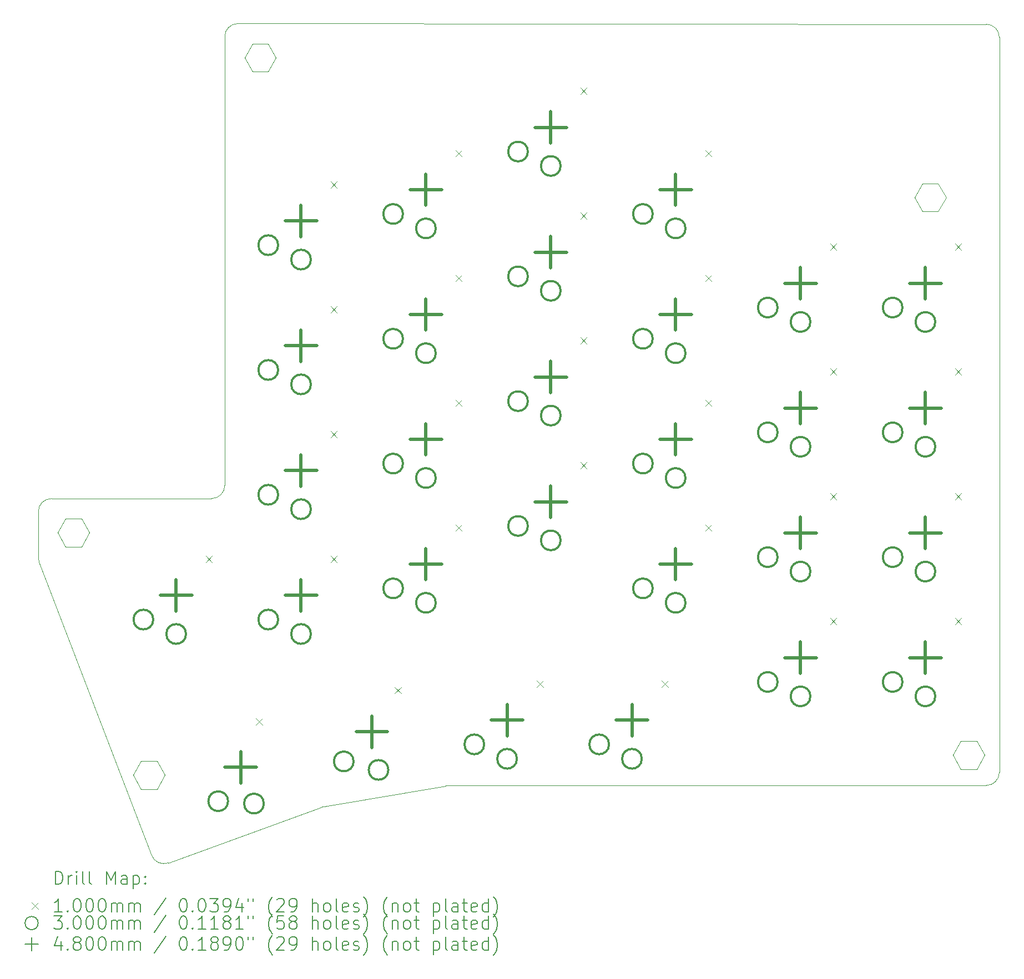
<source format=gbr>
%TF.GenerationSoftware,KiCad,Pcbnew,9.0.6*%
%TF.CreationDate,2025-12-07T22:10:17+09:00*%
%TF.ProjectId,tarakkie_v1_light,74617261-6b6b-4696-955f-76315f6c6967,rev?*%
%TF.SameCoordinates,Original*%
%TF.FileFunction,Drillmap*%
%TF.FilePolarity,Positive*%
%FSLAX45Y45*%
G04 Gerber Fmt 4.5, Leading zero omitted, Abs format (unit mm)*
G04 Created by KiCad (PCBNEW 9.0.6) date 2025-12-07 22:10:17*
%MOMM*%
%LPD*%
G01*
G04 APERTURE LIST*
%ADD10C,0.050000*%
%ADD11C,0.100000*%
%ADD12C,0.200000*%
%ADD13C,0.300000*%
%ADD14C,0.480000*%
G04 APERTURE END LIST*
D10*
X5595382Y-15990801D02*
G75*
G02*
X5340259Y-15874382I-68352J187962D01*
G01*
X18072452Y-3188618D02*
G75*
G02*
X18272283Y-3388617I-172J-200002D01*
G01*
X7937324Y-15139186D02*
G75*
G02*
X7972000Y-15130000I68346J-187954D01*
G01*
X3623932Y-11393414D02*
X5340266Y-15874380D01*
X7972000Y-15130000D02*
X9825617Y-14813399D01*
X6456030Y-3378790D02*
G75*
G02*
X6656030Y-3178790I200000J0D01*
G01*
X6456030Y-3378790D02*
X6456030Y-10228790D01*
X18272280Y-14608831D02*
G75*
G02*
X18072322Y-14808830I-200000J1D01*
G01*
X3612280Y-10628790D02*
X3612280Y-11326147D01*
X6456030Y-10228790D02*
G75*
G02*
X6256030Y-10428790I-200000J0D01*
G01*
X3612280Y-10628790D02*
G75*
G02*
X3812280Y-10428790I200000J0D01*
G01*
X6256030Y-10428790D02*
X3812280Y-10428790D01*
X5595382Y-15990801D02*
X7937324Y-15139186D01*
X18072452Y-3188618D02*
X6656030Y-3178790D01*
X9859248Y-14810544D02*
X18072322Y-14808831D01*
X3623932Y-11393414D02*
G75*
G02*
X3612281Y-11326147I188288J67254D01*
G01*
X9825617Y-14813399D02*
G75*
G02*
X9859248Y-14810544I33673J-197151D01*
G01*
X18272280Y-14608831D02*
X18272280Y-3388617D01*
D11*
X5060000Y-14650000D02*
X5180000Y-14865000D01*
X5180000Y-14435000D02*
X5060000Y-14650000D01*
X5180000Y-14865000D02*
X5420000Y-14865000D01*
X5420000Y-14435000D02*
X5180000Y-14435000D01*
X5420000Y-14865000D02*
X5540000Y-14650000D01*
X5540000Y-14650000D02*
X5420000Y-14435000D01*
X6760000Y-3700000D02*
X6880000Y-3915000D01*
X6880000Y-3485000D02*
X6760000Y-3700000D01*
X6880000Y-3915000D02*
X7120000Y-3915000D01*
X7120000Y-3485000D02*
X6880000Y-3485000D01*
X7120000Y-3915000D02*
X7240000Y-3700000D01*
X7240000Y-3700000D02*
X7120000Y-3485000D01*
X17566000Y-14344000D02*
X17686000Y-14559000D01*
X17686000Y-14129000D02*
X17566000Y-14344000D01*
X17686000Y-14559000D02*
X17926000Y-14559000D01*
X17926000Y-14129000D02*
X17686000Y-14129000D01*
X17926000Y-14559000D02*
X18046000Y-14344000D01*
X18046000Y-14344000D02*
X17926000Y-14129000D01*
X3910000Y-10950000D02*
X4030000Y-11165000D01*
X4030000Y-10735000D02*
X3910000Y-10950000D01*
X4030000Y-11165000D02*
X4270000Y-11165000D01*
X4270000Y-10735000D02*
X4030000Y-10735000D01*
X4270000Y-11165000D02*
X4390000Y-10950000D01*
X4390000Y-10950000D02*
X4270000Y-10735000D01*
X16980000Y-5834000D02*
X17100000Y-6049000D01*
X17100000Y-5619000D02*
X16980000Y-5834000D01*
X17100000Y-6049000D02*
X17340000Y-6049000D01*
X17340000Y-5619000D02*
X17100000Y-5619000D01*
X17340000Y-6049000D02*
X17460000Y-5834000D01*
X17460000Y-5834000D02*
X17340000Y-5619000D01*
D12*
D11*
X6165000Y-11301250D02*
X6265000Y-11401250D01*
X6265000Y-11301250D02*
X6165000Y-11401250D01*
X6930025Y-13787460D02*
X7030025Y-13887460D01*
X7030025Y-13787460D02*
X6930025Y-13887460D01*
X8070000Y-5586250D02*
X8170000Y-5686250D01*
X8170000Y-5586250D02*
X8070000Y-5686250D01*
X8070000Y-7491250D02*
X8170000Y-7591250D01*
X8170000Y-7491250D02*
X8070000Y-7591250D01*
X8070000Y-9396250D02*
X8170000Y-9496250D01*
X8170000Y-9396250D02*
X8070000Y-9496250D01*
X8070000Y-11301250D02*
X8170000Y-11401250D01*
X8170000Y-11301250D02*
X8070000Y-11401250D01*
X9046029Y-13306608D02*
X9146029Y-13406608D01*
X9146029Y-13306608D02*
X9046029Y-13406608D01*
X9975000Y-5110000D02*
X10075000Y-5210000D01*
X10075000Y-5110000D02*
X9975000Y-5210000D01*
X9975000Y-7015000D02*
X10075000Y-7115000D01*
X10075000Y-7015000D02*
X9975000Y-7115000D01*
X9975000Y-8920000D02*
X10075000Y-9020000D01*
X10075000Y-8920000D02*
X9975000Y-9020000D01*
X9975000Y-10825000D02*
X10075000Y-10925000D01*
X10075000Y-10825000D02*
X9975000Y-10925000D01*
X11213250Y-13206250D02*
X11313250Y-13306250D01*
X11313250Y-13206250D02*
X11213250Y-13306250D01*
X11880000Y-4157500D02*
X11980000Y-4257500D01*
X11980000Y-4157500D02*
X11880000Y-4257500D01*
X11880000Y-6062500D02*
X11980000Y-6162500D01*
X11980000Y-6062500D02*
X11880000Y-6162500D01*
X11880000Y-7967500D02*
X11980000Y-8067500D01*
X11980000Y-7967500D02*
X11880000Y-8067500D01*
X11880000Y-9872500D02*
X11980000Y-9972500D01*
X11980000Y-9872500D02*
X11880000Y-9972500D01*
X13118250Y-13206250D02*
X13218250Y-13306250D01*
X13218250Y-13206250D02*
X13118250Y-13306250D01*
X13785000Y-5110000D02*
X13885000Y-5210000D01*
X13885000Y-5110000D02*
X13785000Y-5210000D01*
X13785000Y-7015000D02*
X13885000Y-7115000D01*
X13885000Y-7015000D02*
X13785000Y-7115000D01*
X13785000Y-8920000D02*
X13885000Y-9020000D01*
X13885000Y-8920000D02*
X13785000Y-9020000D01*
X13785000Y-10825000D02*
X13885000Y-10925000D01*
X13885000Y-10825000D02*
X13785000Y-10925000D01*
X15690000Y-6538750D02*
X15790000Y-6638750D01*
X15790000Y-6538750D02*
X15690000Y-6638750D01*
X15690000Y-8443750D02*
X15790000Y-8543750D01*
X15790000Y-8443750D02*
X15690000Y-8543750D01*
X15690000Y-10348750D02*
X15790000Y-10448750D01*
X15790000Y-10348750D02*
X15690000Y-10448750D01*
X15690000Y-12253750D02*
X15790000Y-12353750D01*
X15790000Y-12253750D02*
X15690000Y-12353750D01*
X17595000Y-6538750D02*
X17695000Y-6638750D01*
X17695000Y-6538750D02*
X17595000Y-6638750D01*
X17595000Y-8443750D02*
X17695000Y-8543750D01*
X17695000Y-8443750D02*
X17595000Y-8543750D01*
X17595000Y-10348750D02*
X17695000Y-10448750D01*
X17695000Y-10348750D02*
X17595000Y-10448750D01*
X17595000Y-12253750D02*
X17695000Y-12353750D01*
X17695000Y-12253750D02*
X17595000Y-12353750D01*
D13*
X5365000Y-12276250D02*
G75*
G02*
X5065000Y-12276250I-150000J0D01*
G01*
X5065000Y-12276250D02*
G75*
G02*
X5365000Y-12276250I150000J0D01*
G01*
X5865000Y-12496250D02*
G75*
G02*
X5565000Y-12496250I-150000J0D01*
G01*
X5565000Y-12496250D02*
G75*
G02*
X5865000Y-12496250I150000J0D01*
G01*
X6506701Y-15048696D02*
G75*
G02*
X6206701Y-15048696I-150000J0D01*
G01*
X6206701Y-15048696D02*
G75*
G02*
X6506701Y-15048696I150000J0D01*
G01*
X7051792Y-15084419D02*
G75*
G02*
X6751792Y-15084419I-150000J0D01*
G01*
X6751792Y-15084419D02*
G75*
G02*
X7051792Y-15084419I150000J0D01*
G01*
X7270000Y-6561250D02*
G75*
G02*
X6970000Y-6561250I-150000J0D01*
G01*
X6970000Y-6561250D02*
G75*
G02*
X7270000Y-6561250I150000J0D01*
G01*
X7270000Y-8466250D02*
G75*
G02*
X6970000Y-8466250I-150000J0D01*
G01*
X6970000Y-8466250D02*
G75*
G02*
X7270000Y-8466250I150000J0D01*
G01*
X7270000Y-10371250D02*
G75*
G02*
X6970000Y-10371250I-150000J0D01*
G01*
X6970000Y-10371250D02*
G75*
G02*
X7270000Y-10371250I150000J0D01*
G01*
X7270000Y-12276250D02*
G75*
G02*
X6970000Y-12276250I-150000J0D01*
G01*
X6970000Y-12276250D02*
G75*
G02*
X7270000Y-12276250I150000J0D01*
G01*
X7770000Y-6781250D02*
G75*
G02*
X7470000Y-6781250I-150000J0D01*
G01*
X7470000Y-6781250D02*
G75*
G02*
X7770000Y-6781250I150000J0D01*
G01*
X7770000Y-8686250D02*
G75*
G02*
X7470000Y-8686250I-150000J0D01*
G01*
X7470000Y-8686250D02*
G75*
G02*
X7770000Y-8686250I150000J0D01*
G01*
X7770000Y-10591250D02*
G75*
G02*
X7470000Y-10591250I-150000J0D01*
G01*
X7470000Y-10591250D02*
G75*
G02*
X7770000Y-10591250I150000J0D01*
G01*
X7770000Y-12496250D02*
G75*
G02*
X7470000Y-12496250I-150000J0D01*
G01*
X7470000Y-12496250D02*
G75*
G02*
X7770000Y-12496250I150000J0D01*
G01*
X8421846Y-14441203D02*
G75*
G02*
X8121846Y-14441203I-150000J0D01*
G01*
X8121846Y-14441203D02*
G75*
G02*
X8421846Y-14441203I150000J0D01*
G01*
X8952452Y-14571037D02*
G75*
G02*
X8652452Y-14571037I-150000J0D01*
G01*
X8652452Y-14571037D02*
G75*
G02*
X8952452Y-14571037I150000J0D01*
G01*
X9175000Y-6085000D02*
G75*
G02*
X8875000Y-6085000I-150000J0D01*
G01*
X8875000Y-6085000D02*
G75*
G02*
X9175000Y-6085000I150000J0D01*
G01*
X9175000Y-7990000D02*
G75*
G02*
X8875000Y-7990000I-150000J0D01*
G01*
X8875000Y-7990000D02*
G75*
G02*
X9175000Y-7990000I150000J0D01*
G01*
X9175000Y-9895000D02*
G75*
G02*
X8875000Y-9895000I-150000J0D01*
G01*
X8875000Y-9895000D02*
G75*
G02*
X9175000Y-9895000I150000J0D01*
G01*
X9175000Y-11800000D02*
G75*
G02*
X8875000Y-11800000I-150000J0D01*
G01*
X8875000Y-11800000D02*
G75*
G02*
X9175000Y-11800000I150000J0D01*
G01*
X9675000Y-6305000D02*
G75*
G02*
X9375000Y-6305000I-150000J0D01*
G01*
X9375000Y-6305000D02*
G75*
G02*
X9675000Y-6305000I150000J0D01*
G01*
X9675000Y-8210000D02*
G75*
G02*
X9375000Y-8210000I-150000J0D01*
G01*
X9375000Y-8210000D02*
G75*
G02*
X9675000Y-8210000I150000J0D01*
G01*
X9675000Y-10115000D02*
G75*
G02*
X9375000Y-10115000I-150000J0D01*
G01*
X9375000Y-10115000D02*
G75*
G02*
X9675000Y-10115000I150000J0D01*
G01*
X9675000Y-12020000D02*
G75*
G02*
X9375000Y-12020000I-150000J0D01*
G01*
X9375000Y-12020000D02*
G75*
G02*
X9675000Y-12020000I150000J0D01*
G01*
X10413250Y-14181250D02*
G75*
G02*
X10113250Y-14181250I-150000J0D01*
G01*
X10113250Y-14181250D02*
G75*
G02*
X10413250Y-14181250I150000J0D01*
G01*
X10913250Y-14401250D02*
G75*
G02*
X10613250Y-14401250I-150000J0D01*
G01*
X10613250Y-14401250D02*
G75*
G02*
X10913250Y-14401250I150000J0D01*
G01*
X11080000Y-5132500D02*
G75*
G02*
X10780000Y-5132500I-150000J0D01*
G01*
X10780000Y-5132500D02*
G75*
G02*
X11080000Y-5132500I150000J0D01*
G01*
X11080000Y-7037500D02*
G75*
G02*
X10780000Y-7037500I-150000J0D01*
G01*
X10780000Y-7037500D02*
G75*
G02*
X11080000Y-7037500I150000J0D01*
G01*
X11080000Y-8942500D02*
G75*
G02*
X10780000Y-8942500I-150000J0D01*
G01*
X10780000Y-8942500D02*
G75*
G02*
X11080000Y-8942500I150000J0D01*
G01*
X11080000Y-10847500D02*
G75*
G02*
X10780000Y-10847500I-150000J0D01*
G01*
X10780000Y-10847500D02*
G75*
G02*
X11080000Y-10847500I150000J0D01*
G01*
X11580000Y-5352500D02*
G75*
G02*
X11280000Y-5352500I-150000J0D01*
G01*
X11280000Y-5352500D02*
G75*
G02*
X11580000Y-5352500I150000J0D01*
G01*
X11580000Y-7257500D02*
G75*
G02*
X11280000Y-7257500I-150000J0D01*
G01*
X11280000Y-7257500D02*
G75*
G02*
X11580000Y-7257500I150000J0D01*
G01*
X11580000Y-9162500D02*
G75*
G02*
X11280000Y-9162500I-150000J0D01*
G01*
X11280000Y-9162500D02*
G75*
G02*
X11580000Y-9162500I150000J0D01*
G01*
X11580000Y-11067500D02*
G75*
G02*
X11280000Y-11067500I-150000J0D01*
G01*
X11280000Y-11067500D02*
G75*
G02*
X11580000Y-11067500I150000J0D01*
G01*
X12318250Y-14181250D02*
G75*
G02*
X12018250Y-14181250I-150000J0D01*
G01*
X12018250Y-14181250D02*
G75*
G02*
X12318250Y-14181250I150000J0D01*
G01*
X12818250Y-14401250D02*
G75*
G02*
X12518250Y-14401250I-150000J0D01*
G01*
X12518250Y-14401250D02*
G75*
G02*
X12818250Y-14401250I150000J0D01*
G01*
X12985000Y-6085000D02*
G75*
G02*
X12685000Y-6085000I-150000J0D01*
G01*
X12685000Y-6085000D02*
G75*
G02*
X12985000Y-6085000I150000J0D01*
G01*
X12985000Y-7990000D02*
G75*
G02*
X12685000Y-7990000I-150000J0D01*
G01*
X12685000Y-7990000D02*
G75*
G02*
X12985000Y-7990000I150000J0D01*
G01*
X12985000Y-9895000D02*
G75*
G02*
X12685000Y-9895000I-150000J0D01*
G01*
X12685000Y-9895000D02*
G75*
G02*
X12985000Y-9895000I150000J0D01*
G01*
X12985000Y-11800000D02*
G75*
G02*
X12685000Y-11800000I-150000J0D01*
G01*
X12685000Y-11800000D02*
G75*
G02*
X12985000Y-11800000I150000J0D01*
G01*
X13485000Y-6305000D02*
G75*
G02*
X13185000Y-6305000I-150000J0D01*
G01*
X13185000Y-6305000D02*
G75*
G02*
X13485000Y-6305000I150000J0D01*
G01*
X13485000Y-8210000D02*
G75*
G02*
X13185000Y-8210000I-150000J0D01*
G01*
X13185000Y-8210000D02*
G75*
G02*
X13485000Y-8210000I150000J0D01*
G01*
X13485000Y-10115000D02*
G75*
G02*
X13185000Y-10115000I-150000J0D01*
G01*
X13185000Y-10115000D02*
G75*
G02*
X13485000Y-10115000I150000J0D01*
G01*
X13485000Y-12020000D02*
G75*
G02*
X13185000Y-12020000I-150000J0D01*
G01*
X13185000Y-12020000D02*
G75*
G02*
X13485000Y-12020000I150000J0D01*
G01*
X14890000Y-7513750D02*
G75*
G02*
X14590000Y-7513750I-150000J0D01*
G01*
X14590000Y-7513750D02*
G75*
G02*
X14890000Y-7513750I150000J0D01*
G01*
X14890000Y-9418750D02*
G75*
G02*
X14590000Y-9418750I-150000J0D01*
G01*
X14590000Y-9418750D02*
G75*
G02*
X14890000Y-9418750I150000J0D01*
G01*
X14890000Y-11323750D02*
G75*
G02*
X14590000Y-11323750I-150000J0D01*
G01*
X14590000Y-11323750D02*
G75*
G02*
X14890000Y-11323750I150000J0D01*
G01*
X14890000Y-13228750D02*
G75*
G02*
X14590000Y-13228750I-150000J0D01*
G01*
X14590000Y-13228750D02*
G75*
G02*
X14890000Y-13228750I150000J0D01*
G01*
X15390000Y-7733750D02*
G75*
G02*
X15090000Y-7733750I-150000J0D01*
G01*
X15090000Y-7733750D02*
G75*
G02*
X15390000Y-7733750I150000J0D01*
G01*
X15390000Y-9638750D02*
G75*
G02*
X15090000Y-9638750I-150000J0D01*
G01*
X15090000Y-9638750D02*
G75*
G02*
X15390000Y-9638750I150000J0D01*
G01*
X15390000Y-11543750D02*
G75*
G02*
X15090000Y-11543750I-150000J0D01*
G01*
X15090000Y-11543750D02*
G75*
G02*
X15390000Y-11543750I150000J0D01*
G01*
X15390000Y-13448750D02*
G75*
G02*
X15090000Y-13448750I-150000J0D01*
G01*
X15090000Y-13448750D02*
G75*
G02*
X15390000Y-13448750I150000J0D01*
G01*
X16795000Y-7513750D02*
G75*
G02*
X16495000Y-7513750I-150000J0D01*
G01*
X16495000Y-7513750D02*
G75*
G02*
X16795000Y-7513750I150000J0D01*
G01*
X16795000Y-9418750D02*
G75*
G02*
X16495000Y-9418750I-150000J0D01*
G01*
X16495000Y-9418750D02*
G75*
G02*
X16795000Y-9418750I150000J0D01*
G01*
X16795000Y-11323750D02*
G75*
G02*
X16495000Y-11323750I-150000J0D01*
G01*
X16495000Y-11323750D02*
G75*
G02*
X16795000Y-11323750I150000J0D01*
G01*
X16795000Y-13228750D02*
G75*
G02*
X16495000Y-13228750I-150000J0D01*
G01*
X16495000Y-13228750D02*
G75*
G02*
X16795000Y-13228750I150000J0D01*
G01*
X17295000Y-7733750D02*
G75*
G02*
X16995000Y-7733750I-150000J0D01*
G01*
X16995000Y-7733750D02*
G75*
G02*
X17295000Y-7733750I150000J0D01*
G01*
X17295000Y-9638750D02*
G75*
G02*
X16995000Y-9638750I-150000J0D01*
G01*
X16995000Y-9638750D02*
G75*
G02*
X17295000Y-9638750I150000J0D01*
G01*
X17295000Y-11543750D02*
G75*
G02*
X16995000Y-11543750I-150000J0D01*
G01*
X16995000Y-11543750D02*
G75*
G02*
X17295000Y-11543750I150000J0D01*
G01*
X17295000Y-13448750D02*
G75*
G02*
X16995000Y-13448750I-150000J0D01*
G01*
X16995000Y-13448750D02*
G75*
G02*
X17295000Y-13448750I150000J0D01*
G01*
D14*
X5715000Y-11666250D02*
X5715000Y-12146250D01*
X5475000Y-11906250D02*
X5955000Y-11906250D01*
X6700000Y-14290000D02*
X6700000Y-14770000D01*
X6460000Y-14530000D02*
X6940000Y-14530000D01*
X7620000Y-5951250D02*
X7620000Y-6431250D01*
X7380000Y-6191250D02*
X7860000Y-6191250D01*
X7620000Y-7856250D02*
X7620000Y-8336250D01*
X7380000Y-8096250D02*
X7860000Y-8096250D01*
X7620000Y-9761250D02*
X7620000Y-10241250D01*
X7380000Y-10001250D02*
X7860000Y-10001250D01*
X7620000Y-11666250D02*
X7620000Y-12146250D01*
X7380000Y-11906250D02*
X7860000Y-11906250D01*
X8700000Y-13750000D02*
X8700000Y-14230000D01*
X8460000Y-13990000D02*
X8940000Y-13990000D01*
X9525000Y-5475000D02*
X9525000Y-5955000D01*
X9285000Y-5715000D02*
X9765000Y-5715000D01*
X9525000Y-7380000D02*
X9525000Y-7860000D01*
X9285000Y-7620000D02*
X9765000Y-7620000D01*
X9525000Y-9285000D02*
X9525000Y-9765000D01*
X9285000Y-9525000D02*
X9765000Y-9525000D01*
X9525000Y-11190000D02*
X9525000Y-11670000D01*
X9285000Y-11430000D02*
X9765000Y-11430000D01*
X10763250Y-13571250D02*
X10763250Y-14051250D01*
X10523250Y-13811250D02*
X11003250Y-13811250D01*
X11430000Y-4522500D02*
X11430000Y-5002500D01*
X11190000Y-4762500D02*
X11670000Y-4762500D01*
X11430000Y-6427500D02*
X11430000Y-6907500D01*
X11190000Y-6667500D02*
X11670000Y-6667500D01*
X11430000Y-8332500D02*
X11430000Y-8812500D01*
X11190000Y-8572500D02*
X11670000Y-8572500D01*
X11430000Y-10237500D02*
X11430000Y-10717500D01*
X11190000Y-10477500D02*
X11670000Y-10477500D01*
X12668250Y-13571250D02*
X12668250Y-14051250D01*
X12428250Y-13811250D02*
X12908250Y-13811250D01*
X13335000Y-5475000D02*
X13335000Y-5955000D01*
X13095000Y-5715000D02*
X13575000Y-5715000D01*
X13335000Y-7380000D02*
X13335000Y-7860000D01*
X13095000Y-7620000D02*
X13575000Y-7620000D01*
X13335000Y-9285000D02*
X13335000Y-9765000D01*
X13095000Y-9525000D02*
X13575000Y-9525000D01*
X13335000Y-11190000D02*
X13335000Y-11670000D01*
X13095000Y-11430000D02*
X13575000Y-11430000D01*
X15240000Y-6903750D02*
X15240000Y-7383750D01*
X15000000Y-7143750D02*
X15480000Y-7143750D01*
X15240000Y-8808750D02*
X15240000Y-9288750D01*
X15000000Y-9048750D02*
X15480000Y-9048750D01*
X15240000Y-10713750D02*
X15240000Y-11193750D01*
X15000000Y-10953750D02*
X15480000Y-10953750D01*
X15240000Y-12618750D02*
X15240000Y-13098750D01*
X15000000Y-12858750D02*
X15480000Y-12858750D01*
X17145000Y-6903750D02*
X17145000Y-7383750D01*
X16905000Y-7143750D02*
X17385000Y-7143750D01*
X17145000Y-8808750D02*
X17145000Y-9288750D01*
X16905000Y-9048750D02*
X17385000Y-9048750D01*
X17145000Y-10713750D02*
X17145000Y-11193750D01*
X16905000Y-10953750D02*
X17385000Y-10953750D01*
X17145000Y-12618750D02*
X17145000Y-13098750D01*
X16905000Y-12858750D02*
X17385000Y-12858750D01*
D12*
X3870557Y-16316828D02*
X3870557Y-16116828D01*
X3870557Y-16116828D02*
X3918176Y-16116828D01*
X3918176Y-16116828D02*
X3946747Y-16126351D01*
X3946747Y-16126351D02*
X3965795Y-16145399D01*
X3965795Y-16145399D02*
X3975319Y-16164447D01*
X3975319Y-16164447D02*
X3984843Y-16202542D01*
X3984843Y-16202542D02*
X3984843Y-16231113D01*
X3984843Y-16231113D02*
X3975319Y-16269209D01*
X3975319Y-16269209D02*
X3965795Y-16288256D01*
X3965795Y-16288256D02*
X3946747Y-16307304D01*
X3946747Y-16307304D02*
X3918176Y-16316828D01*
X3918176Y-16316828D02*
X3870557Y-16316828D01*
X4070557Y-16316828D02*
X4070557Y-16183494D01*
X4070557Y-16221590D02*
X4080081Y-16202542D01*
X4080081Y-16202542D02*
X4089604Y-16193018D01*
X4089604Y-16193018D02*
X4108652Y-16183494D01*
X4108652Y-16183494D02*
X4127700Y-16183494D01*
X4194366Y-16316828D02*
X4194366Y-16183494D01*
X4194366Y-16116828D02*
X4184843Y-16126351D01*
X4184843Y-16126351D02*
X4194366Y-16135875D01*
X4194366Y-16135875D02*
X4203890Y-16126351D01*
X4203890Y-16126351D02*
X4194366Y-16116828D01*
X4194366Y-16116828D02*
X4194366Y-16135875D01*
X4318176Y-16316828D02*
X4299128Y-16307304D01*
X4299128Y-16307304D02*
X4289605Y-16288256D01*
X4289605Y-16288256D02*
X4289605Y-16116828D01*
X4422938Y-16316828D02*
X4403890Y-16307304D01*
X4403890Y-16307304D02*
X4394366Y-16288256D01*
X4394366Y-16288256D02*
X4394366Y-16116828D01*
X4651509Y-16316828D02*
X4651509Y-16116828D01*
X4651509Y-16116828D02*
X4718176Y-16259685D01*
X4718176Y-16259685D02*
X4784843Y-16116828D01*
X4784843Y-16116828D02*
X4784843Y-16316828D01*
X4965795Y-16316828D02*
X4965795Y-16212066D01*
X4965795Y-16212066D02*
X4956271Y-16193018D01*
X4956271Y-16193018D02*
X4937224Y-16183494D01*
X4937224Y-16183494D02*
X4899128Y-16183494D01*
X4899128Y-16183494D02*
X4880081Y-16193018D01*
X4965795Y-16307304D02*
X4946747Y-16316828D01*
X4946747Y-16316828D02*
X4899128Y-16316828D01*
X4899128Y-16316828D02*
X4880081Y-16307304D01*
X4880081Y-16307304D02*
X4870557Y-16288256D01*
X4870557Y-16288256D02*
X4870557Y-16269209D01*
X4870557Y-16269209D02*
X4880081Y-16250161D01*
X4880081Y-16250161D02*
X4899128Y-16240637D01*
X4899128Y-16240637D02*
X4946747Y-16240637D01*
X4946747Y-16240637D02*
X4965795Y-16231113D01*
X5061033Y-16183494D02*
X5061033Y-16383494D01*
X5061033Y-16193018D02*
X5080081Y-16183494D01*
X5080081Y-16183494D02*
X5118176Y-16183494D01*
X5118176Y-16183494D02*
X5137224Y-16193018D01*
X5137224Y-16193018D02*
X5146747Y-16202542D01*
X5146747Y-16202542D02*
X5156271Y-16221590D01*
X5156271Y-16221590D02*
X5156271Y-16278732D01*
X5156271Y-16278732D02*
X5146747Y-16297780D01*
X5146747Y-16297780D02*
X5137224Y-16307304D01*
X5137224Y-16307304D02*
X5118176Y-16316828D01*
X5118176Y-16316828D02*
X5080081Y-16316828D01*
X5080081Y-16316828D02*
X5061033Y-16307304D01*
X5241986Y-16297780D02*
X5251509Y-16307304D01*
X5251509Y-16307304D02*
X5241986Y-16316828D01*
X5241986Y-16316828D02*
X5232462Y-16307304D01*
X5232462Y-16307304D02*
X5241986Y-16297780D01*
X5241986Y-16297780D02*
X5241986Y-16316828D01*
X5241986Y-16193018D02*
X5251509Y-16202542D01*
X5251509Y-16202542D02*
X5241986Y-16212066D01*
X5241986Y-16212066D02*
X5232462Y-16202542D01*
X5232462Y-16202542D02*
X5241986Y-16193018D01*
X5241986Y-16193018D02*
X5241986Y-16212066D01*
D11*
X3509780Y-16595344D02*
X3609780Y-16695344D01*
X3609780Y-16595344D02*
X3509780Y-16695344D01*
D12*
X3975319Y-16736828D02*
X3861033Y-16736828D01*
X3918176Y-16736828D02*
X3918176Y-16536828D01*
X3918176Y-16536828D02*
X3899128Y-16565399D01*
X3899128Y-16565399D02*
X3880081Y-16584447D01*
X3880081Y-16584447D02*
X3861033Y-16593970D01*
X4061033Y-16717780D02*
X4070557Y-16727304D01*
X4070557Y-16727304D02*
X4061033Y-16736828D01*
X4061033Y-16736828D02*
X4051509Y-16727304D01*
X4051509Y-16727304D02*
X4061033Y-16717780D01*
X4061033Y-16717780D02*
X4061033Y-16736828D01*
X4194366Y-16536828D02*
X4213414Y-16536828D01*
X4213414Y-16536828D02*
X4232462Y-16546351D01*
X4232462Y-16546351D02*
X4241986Y-16555875D01*
X4241986Y-16555875D02*
X4251509Y-16574923D01*
X4251509Y-16574923D02*
X4261033Y-16613018D01*
X4261033Y-16613018D02*
X4261033Y-16660637D01*
X4261033Y-16660637D02*
X4251509Y-16698732D01*
X4251509Y-16698732D02*
X4241986Y-16717780D01*
X4241986Y-16717780D02*
X4232462Y-16727304D01*
X4232462Y-16727304D02*
X4213414Y-16736828D01*
X4213414Y-16736828D02*
X4194366Y-16736828D01*
X4194366Y-16736828D02*
X4175319Y-16727304D01*
X4175319Y-16727304D02*
X4165795Y-16717780D01*
X4165795Y-16717780D02*
X4156271Y-16698732D01*
X4156271Y-16698732D02*
X4146747Y-16660637D01*
X4146747Y-16660637D02*
X4146747Y-16613018D01*
X4146747Y-16613018D02*
X4156271Y-16574923D01*
X4156271Y-16574923D02*
X4165795Y-16555875D01*
X4165795Y-16555875D02*
X4175319Y-16546351D01*
X4175319Y-16546351D02*
X4194366Y-16536828D01*
X4384843Y-16536828D02*
X4403890Y-16536828D01*
X4403890Y-16536828D02*
X4422938Y-16546351D01*
X4422938Y-16546351D02*
X4432462Y-16555875D01*
X4432462Y-16555875D02*
X4441986Y-16574923D01*
X4441986Y-16574923D02*
X4451509Y-16613018D01*
X4451509Y-16613018D02*
X4451509Y-16660637D01*
X4451509Y-16660637D02*
X4441986Y-16698732D01*
X4441986Y-16698732D02*
X4432462Y-16717780D01*
X4432462Y-16717780D02*
X4422938Y-16727304D01*
X4422938Y-16727304D02*
X4403890Y-16736828D01*
X4403890Y-16736828D02*
X4384843Y-16736828D01*
X4384843Y-16736828D02*
X4365795Y-16727304D01*
X4365795Y-16727304D02*
X4356271Y-16717780D01*
X4356271Y-16717780D02*
X4346747Y-16698732D01*
X4346747Y-16698732D02*
X4337224Y-16660637D01*
X4337224Y-16660637D02*
X4337224Y-16613018D01*
X4337224Y-16613018D02*
X4346747Y-16574923D01*
X4346747Y-16574923D02*
X4356271Y-16555875D01*
X4356271Y-16555875D02*
X4365795Y-16546351D01*
X4365795Y-16546351D02*
X4384843Y-16536828D01*
X4575319Y-16536828D02*
X4594367Y-16536828D01*
X4594367Y-16536828D02*
X4613414Y-16546351D01*
X4613414Y-16546351D02*
X4622938Y-16555875D01*
X4622938Y-16555875D02*
X4632462Y-16574923D01*
X4632462Y-16574923D02*
X4641986Y-16613018D01*
X4641986Y-16613018D02*
X4641986Y-16660637D01*
X4641986Y-16660637D02*
X4632462Y-16698732D01*
X4632462Y-16698732D02*
X4622938Y-16717780D01*
X4622938Y-16717780D02*
X4613414Y-16727304D01*
X4613414Y-16727304D02*
X4594367Y-16736828D01*
X4594367Y-16736828D02*
X4575319Y-16736828D01*
X4575319Y-16736828D02*
X4556271Y-16727304D01*
X4556271Y-16727304D02*
X4546747Y-16717780D01*
X4546747Y-16717780D02*
X4537224Y-16698732D01*
X4537224Y-16698732D02*
X4527700Y-16660637D01*
X4527700Y-16660637D02*
X4527700Y-16613018D01*
X4527700Y-16613018D02*
X4537224Y-16574923D01*
X4537224Y-16574923D02*
X4546747Y-16555875D01*
X4546747Y-16555875D02*
X4556271Y-16546351D01*
X4556271Y-16546351D02*
X4575319Y-16536828D01*
X4727700Y-16736828D02*
X4727700Y-16603494D01*
X4727700Y-16622542D02*
X4737224Y-16613018D01*
X4737224Y-16613018D02*
X4756271Y-16603494D01*
X4756271Y-16603494D02*
X4784843Y-16603494D01*
X4784843Y-16603494D02*
X4803890Y-16613018D01*
X4803890Y-16613018D02*
X4813414Y-16632066D01*
X4813414Y-16632066D02*
X4813414Y-16736828D01*
X4813414Y-16632066D02*
X4822938Y-16613018D01*
X4822938Y-16613018D02*
X4841986Y-16603494D01*
X4841986Y-16603494D02*
X4870557Y-16603494D01*
X4870557Y-16603494D02*
X4889605Y-16613018D01*
X4889605Y-16613018D02*
X4899128Y-16632066D01*
X4899128Y-16632066D02*
X4899128Y-16736828D01*
X4994367Y-16736828D02*
X4994367Y-16603494D01*
X4994367Y-16622542D02*
X5003890Y-16613018D01*
X5003890Y-16613018D02*
X5022938Y-16603494D01*
X5022938Y-16603494D02*
X5051509Y-16603494D01*
X5051509Y-16603494D02*
X5070557Y-16613018D01*
X5070557Y-16613018D02*
X5080081Y-16632066D01*
X5080081Y-16632066D02*
X5080081Y-16736828D01*
X5080081Y-16632066D02*
X5089605Y-16613018D01*
X5089605Y-16613018D02*
X5108652Y-16603494D01*
X5108652Y-16603494D02*
X5137224Y-16603494D01*
X5137224Y-16603494D02*
X5156271Y-16613018D01*
X5156271Y-16613018D02*
X5165795Y-16632066D01*
X5165795Y-16632066D02*
X5165795Y-16736828D01*
X5556271Y-16527304D02*
X5384843Y-16784447D01*
X5813414Y-16536828D02*
X5832462Y-16536828D01*
X5832462Y-16536828D02*
X5851509Y-16546351D01*
X5851509Y-16546351D02*
X5861033Y-16555875D01*
X5861033Y-16555875D02*
X5870557Y-16574923D01*
X5870557Y-16574923D02*
X5880081Y-16613018D01*
X5880081Y-16613018D02*
X5880081Y-16660637D01*
X5880081Y-16660637D02*
X5870557Y-16698732D01*
X5870557Y-16698732D02*
X5861033Y-16717780D01*
X5861033Y-16717780D02*
X5851509Y-16727304D01*
X5851509Y-16727304D02*
X5832462Y-16736828D01*
X5832462Y-16736828D02*
X5813414Y-16736828D01*
X5813414Y-16736828D02*
X5794367Y-16727304D01*
X5794367Y-16727304D02*
X5784843Y-16717780D01*
X5784843Y-16717780D02*
X5775319Y-16698732D01*
X5775319Y-16698732D02*
X5765795Y-16660637D01*
X5765795Y-16660637D02*
X5765795Y-16613018D01*
X5765795Y-16613018D02*
X5775319Y-16574923D01*
X5775319Y-16574923D02*
X5784843Y-16555875D01*
X5784843Y-16555875D02*
X5794367Y-16546351D01*
X5794367Y-16546351D02*
X5813414Y-16536828D01*
X5965795Y-16717780D02*
X5975319Y-16727304D01*
X5975319Y-16727304D02*
X5965795Y-16736828D01*
X5965795Y-16736828D02*
X5956271Y-16727304D01*
X5956271Y-16727304D02*
X5965795Y-16717780D01*
X5965795Y-16717780D02*
X5965795Y-16736828D01*
X6099128Y-16536828D02*
X6118176Y-16536828D01*
X6118176Y-16536828D02*
X6137224Y-16546351D01*
X6137224Y-16546351D02*
X6146748Y-16555875D01*
X6146748Y-16555875D02*
X6156271Y-16574923D01*
X6156271Y-16574923D02*
X6165795Y-16613018D01*
X6165795Y-16613018D02*
X6165795Y-16660637D01*
X6165795Y-16660637D02*
X6156271Y-16698732D01*
X6156271Y-16698732D02*
X6146748Y-16717780D01*
X6146748Y-16717780D02*
X6137224Y-16727304D01*
X6137224Y-16727304D02*
X6118176Y-16736828D01*
X6118176Y-16736828D02*
X6099128Y-16736828D01*
X6099128Y-16736828D02*
X6080081Y-16727304D01*
X6080081Y-16727304D02*
X6070557Y-16717780D01*
X6070557Y-16717780D02*
X6061033Y-16698732D01*
X6061033Y-16698732D02*
X6051509Y-16660637D01*
X6051509Y-16660637D02*
X6051509Y-16613018D01*
X6051509Y-16613018D02*
X6061033Y-16574923D01*
X6061033Y-16574923D02*
X6070557Y-16555875D01*
X6070557Y-16555875D02*
X6080081Y-16546351D01*
X6080081Y-16546351D02*
X6099128Y-16536828D01*
X6232462Y-16536828D02*
X6356271Y-16536828D01*
X6356271Y-16536828D02*
X6289605Y-16613018D01*
X6289605Y-16613018D02*
X6318176Y-16613018D01*
X6318176Y-16613018D02*
X6337224Y-16622542D01*
X6337224Y-16622542D02*
X6346748Y-16632066D01*
X6346748Y-16632066D02*
X6356271Y-16651113D01*
X6356271Y-16651113D02*
X6356271Y-16698732D01*
X6356271Y-16698732D02*
X6346748Y-16717780D01*
X6346748Y-16717780D02*
X6337224Y-16727304D01*
X6337224Y-16727304D02*
X6318176Y-16736828D01*
X6318176Y-16736828D02*
X6261033Y-16736828D01*
X6261033Y-16736828D02*
X6241986Y-16727304D01*
X6241986Y-16727304D02*
X6232462Y-16717780D01*
X6451509Y-16736828D02*
X6489605Y-16736828D01*
X6489605Y-16736828D02*
X6508652Y-16727304D01*
X6508652Y-16727304D02*
X6518176Y-16717780D01*
X6518176Y-16717780D02*
X6537224Y-16689209D01*
X6537224Y-16689209D02*
X6546748Y-16651113D01*
X6546748Y-16651113D02*
X6546748Y-16574923D01*
X6546748Y-16574923D02*
X6537224Y-16555875D01*
X6537224Y-16555875D02*
X6527700Y-16546351D01*
X6527700Y-16546351D02*
X6508652Y-16536828D01*
X6508652Y-16536828D02*
X6470557Y-16536828D01*
X6470557Y-16536828D02*
X6451509Y-16546351D01*
X6451509Y-16546351D02*
X6441986Y-16555875D01*
X6441986Y-16555875D02*
X6432462Y-16574923D01*
X6432462Y-16574923D02*
X6432462Y-16622542D01*
X6432462Y-16622542D02*
X6441986Y-16641590D01*
X6441986Y-16641590D02*
X6451509Y-16651113D01*
X6451509Y-16651113D02*
X6470557Y-16660637D01*
X6470557Y-16660637D02*
X6508652Y-16660637D01*
X6508652Y-16660637D02*
X6527700Y-16651113D01*
X6527700Y-16651113D02*
X6537224Y-16641590D01*
X6537224Y-16641590D02*
X6546748Y-16622542D01*
X6718176Y-16603494D02*
X6718176Y-16736828D01*
X6670557Y-16527304D02*
X6622938Y-16670161D01*
X6622938Y-16670161D02*
X6746748Y-16670161D01*
X6813414Y-16536828D02*
X6813414Y-16574923D01*
X6889605Y-16536828D02*
X6889605Y-16574923D01*
X7184843Y-16813018D02*
X7175319Y-16803494D01*
X7175319Y-16803494D02*
X7156271Y-16774923D01*
X7156271Y-16774923D02*
X7146748Y-16755875D01*
X7146748Y-16755875D02*
X7137224Y-16727304D01*
X7137224Y-16727304D02*
X7127700Y-16679685D01*
X7127700Y-16679685D02*
X7127700Y-16641590D01*
X7127700Y-16641590D02*
X7137224Y-16593970D01*
X7137224Y-16593970D02*
X7146748Y-16565399D01*
X7146748Y-16565399D02*
X7156271Y-16546351D01*
X7156271Y-16546351D02*
X7175319Y-16517780D01*
X7175319Y-16517780D02*
X7184843Y-16508256D01*
X7251510Y-16555875D02*
X7261033Y-16546351D01*
X7261033Y-16546351D02*
X7280081Y-16536828D01*
X7280081Y-16536828D02*
X7327700Y-16536828D01*
X7327700Y-16536828D02*
X7346748Y-16546351D01*
X7346748Y-16546351D02*
X7356271Y-16555875D01*
X7356271Y-16555875D02*
X7365795Y-16574923D01*
X7365795Y-16574923D02*
X7365795Y-16593970D01*
X7365795Y-16593970D02*
X7356271Y-16622542D01*
X7356271Y-16622542D02*
X7241986Y-16736828D01*
X7241986Y-16736828D02*
X7365795Y-16736828D01*
X7461033Y-16736828D02*
X7499129Y-16736828D01*
X7499129Y-16736828D02*
X7518176Y-16727304D01*
X7518176Y-16727304D02*
X7527700Y-16717780D01*
X7527700Y-16717780D02*
X7546748Y-16689209D01*
X7546748Y-16689209D02*
X7556271Y-16651113D01*
X7556271Y-16651113D02*
X7556271Y-16574923D01*
X7556271Y-16574923D02*
X7546748Y-16555875D01*
X7546748Y-16555875D02*
X7537224Y-16546351D01*
X7537224Y-16546351D02*
X7518176Y-16536828D01*
X7518176Y-16536828D02*
X7480081Y-16536828D01*
X7480081Y-16536828D02*
X7461033Y-16546351D01*
X7461033Y-16546351D02*
X7451510Y-16555875D01*
X7451510Y-16555875D02*
X7441986Y-16574923D01*
X7441986Y-16574923D02*
X7441986Y-16622542D01*
X7441986Y-16622542D02*
X7451510Y-16641590D01*
X7451510Y-16641590D02*
X7461033Y-16651113D01*
X7461033Y-16651113D02*
X7480081Y-16660637D01*
X7480081Y-16660637D02*
X7518176Y-16660637D01*
X7518176Y-16660637D02*
X7537224Y-16651113D01*
X7537224Y-16651113D02*
X7546748Y-16641590D01*
X7546748Y-16641590D02*
X7556271Y-16622542D01*
X7794367Y-16736828D02*
X7794367Y-16536828D01*
X7880081Y-16736828D02*
X7880081Y-16632066D01*
X7880081Y-16632066D02*
X7870557Y-16613018D01*
X7870557Y-16613018D02*
X7851510Y-16603494D01*
X7851510Y-16603494D02*
X7822938Y-16603494D01*
X7822938Y-16603494D02*
X7803891Y-16613018D01*
X7803891Y-16613018D02*
X7794367Y-16622542D01*
X8003891Y-16736828D02*
X7984843Y-16727304D01*
X7984843Y-16727304D02*
X7975319Y-16717780D01*
X7975319Y-16717780D02*
X7965795Y-16698732D01*
X7965795Y-16698732D02*
X7965795Y-16641590D01*
X7965795Y-16641590D02*
X7975319Y-16622542D01*
X7975319Y-16622542D02*
X7984843Y-16613018D01*
X7984843Y-16613018D02*
X8003891Y-16603494D01*
X8003891Y-16603494D02*
X8032462Y-16603494D01*
X8032462Y-16603494D02*
X8051510Y-16613018D01*
X8051510Y-16613018D02*
X8061033Y-16622542D01*
X8061033Y-16622542D02*
X8070557Y-16641590D01*
X8070557Y-16641590D02*
X8070557Y-16698732D01*
X8070557Y-16698732D02*
X8061033Y-16717780D01*
X8061033Y-16717780D02*
X8051510Y-16727304D01*
X8051510Y-16727304D02*
X8032462Y-16736828D01*
X8032462Y-16736828D02*
X8003891Y-16736828D01*
X8184843Y-16736828D02*
X8165795Y-16727304D01*
X8165795Y-16727304D02*
X8156272Y-16708256D01*
X8156272Y-16708256D02*
X8156272Y-16536828D01*
X8337224Y-16727304D02*
X8318176Y-16736828D01*
X8318176Y-16736828D02*
X8280081Y-16736828D01*
X8280081Y-16736828D02*
X8261033Y-16727304D01*
X8261033Y-16727304D02*
X8251510Y-16708256D01*
X8251510Y-16708256D02*
X8251510Y-16632066D01*
X8251510Y-16632066D02*
X8261033Y-16613018D01*
X8261033Y-16613018D02*
X8280081Y-16603494D01*
X8280081Y-16603494D02*
X8318176Y-16603494D01*
X8318176Y-16603494D02*
X8337224Y-16613018D01*
X8337224Y-16613018D02*
X8346748Y-16632066D01*
X8346748Y-16632066D02*
X8346748Y-16651113D01*
X8346748Y-16651113D02*
X8251510Y-16670161D01*
X8422938Y-16727304D02*
X8441986Y-16736828D01*
X8441986Y-16736828D02*
X8480081Y-16736828D01*
X8480081Y-16736828D02*
X8499129Y-16727304D01*
X8499129Y-16727304D02*
X8508653Y-16708256D01*
X8508653Y-16708256D02*
X8508653Y-16698732D01*
X8508653Y-16698732D02*
X8499129Y-16679685D01*
X8499129Y-16679685D02*
X8480081Y-16670161D01*
X8480081Y-16670161D02*
X8451510Y-16670161D01*
X8451510Y-16670161D02*
X8432462Y-16660637D01*
X8432462Y-16660637D02*
X8422938Y-16641590D01*
X8422938Y-16641590D02*
X8422938Y-16632066D01*
X8422938Y-16632066D02*
X8432462Y-16613018D01*
X8432462Y-16613018D02*
X8451510Y-16603494D01*
X8451510Y-16603494D02*
X8480081Y-16603494D01*
X8480081Y-16603494D02*
X8499129Y-16613018D01*
X8575319Y-16813018D02*
X8584843Y-16803494D01*
X8584843Y-16803494D02*
X8603891Y-16774923D01*
X8603891Y-16774923D02*
X8613415Y-16755875D01*
X8613415Y-16755875D02*
X8622938Y-16727304D01*
X8622938Y-16727304D02*
X8632462Y-16679685D01*
X8632462Y-16679685D02*
X8632462Y-16641590D01*
X8632462Y-16641590D02*
X8622938Y-16593970D01*
X8622938Y-16593970D02*
X8613415Y-16565399D01*
X8613415Y-16565399D02*
X8603891Y-16546351D01*
X8603891Y-16546351D02*
X8584843Y-16517780D01*
X8584843Y-16517780D02*
X8575319Y-16508256D01*
X8937224Y-16813018D02*
X8927700Y-16803494D01*
X8927700Y-16803494D02*
X8908653Y-16774923D01*
X8908653Y-16774923D02*
X8899129Y-16755875D01*
X8899129Y-16755875D02*
X8889605Y-16727304D01*
X8889605Y-16727304D02*
X8880081Y-16679685D01*
X8880081Y-16679685D02*
X8880081Y-16641590D01*
X8880081Y-16641590D02*
X8889605Y-16593970D01*
X8889605Y-16593970D02*
X8899129Y-16565399D01*
X8899129Y-16565399D02*
X8908653Y-16546351D01*
X8908653Y-16546351D02*
X8927700Y-16517780D01*
X8927700Y-16517780D02*
X8937224Y-16508256D01*
X9013415Y-16603494D02*
X9013415Y-16736828D01*
X9013415Y-16622542D02*
X9022938Y-16613018D01*
X9022938Y-16613018D02*
X9041986Y-16603494D01*
X9041986Y-16603494D02*
X9070557Y-16603494D01*
X9070557Y-16603494D02*
X9089605Y-16613018D01*
X9089605Y-16613018D02*
X9099129Y-16632066D01*
X9099129Y-16632066D02*
X9099129Y-16736828D01*
X9222938Y-16736828D02*
X9203891Y-16727304D01*
X9203891Y-16727304D02*
X9194367Y-16717780D01*
X9194367Y-16717780D02*
X9184843Y-16698732D01*
X9184843Y-16698732D02*
X9184843Y-16641590D01*
X9184843Y-16641590D02*
X9194367Y-16622542D01*
X9194367Y-16622542D02*
X9203891Y-16613018D01*
X9203891Y-16613018D02*
X9222938Y-16603494D01*
X9222938Y-16603494D02*
X9251510Y-16603494D01*
X9251510Y-16603494D02*
X9270557Y-16613018D01*
X9270557Y-16613018D02*
X9280081Y-16622542D01*
X9280081Y-16622542D02*
X9289605Y-16641590D01*
X9289605Y-16641590D02*
X9289605Y-16698732D01*
X9289605Y-16698732D02*
X9280081Y-16717780D01*
X9280081Y-16717780D02*
X9270557Y-16727304D01*
X9270557Y-16727304D02*
X9251510Y-16736828D01*
X9251510Y-16736828D02*
X9222938Y-16736828D01*
X9346748Y-16603494D02*
X9422938Y-16603494D01*
X9375319Y-16536828D02*
X9375319Y-16708256D01*
X9375319Y-16708256D02*
X9384843Y-16727304D01*
X9384843Y-16727304D02*
X9403891Y-16736828D01*
X9403891Y-16736828D02*
X9422938Y-16736828D01*
X9641986Y-16603494D02*
X9641986Y-16803494D01*
X9641986Y-16613018D02*
X9661034Y-16603494D01*
X9661034Y-16603494D02*
X9699129Y-16603494D01*
X9699129Y-16603494D02*
X9718177Y-16613018D01*
X9718177Y-16613018D02*
X9727700Y-16622542D01*
X9727700Y-16622542D02*
X9737224Y-16641590D01*
X9737224Y-16641590D02*
X9737224Y-16698732D01*
X9737224Y-16698732D02*
X9727700Y-16717780D01*
X9727700Y-16717780D02*
X9718177Y-16727304D01*
X9718177Y-16727304D02*
X9699129Y-16736828D01*
X9699129Y-16736828D02*
X9661034Y-16736828D01*
X9661034Y-16736828D02*
X9641986Y-16727304D01*
X9851510Y-16736828D02*
X9832462Y-16727304D01*
X9832462Y-16727304D02*
X9822938Y-16708256D01*
X9822938Y-16708256D02*
X9822938Y-16536828D01*
X10013415Y-16736828D02*
X10013415Y-16632066D01*
X10013415Y-16632066D02*
X10003891Y-16613018D01*
X10003891Y-16613018D02*
X9984843Y-16603494D01*
X9984843Y-16603494D02*
X9946748Y-16603494D01*
X9946748Y-16603494D02*
X9927700Y-16613018D01*
X10013415Y-16727304D02*
X9994367Y-16736828D01*
X9994367Y-16736828D02*
X9946748Y-16736828D01*
X9946748Y-16736828D02*
X9927700Y-16727304D01*
X9927700Y-16727304D02*
X9918177Y-16708256D01*
X9918177Y-16708256D02*
X9918177Y-16689209D01*
X9918177Y-16689209D02*
X9927700Y-16670161D01*
X9927700Y-16670161D02*
X9946748Y-16660637D01*
X9946748Y-16660637D02*
X9994367Y-16660637D01*
X9994367Y-16660637D02*
X10013415Y-16651113D01*
X10080081Y-16603494D02*
X10156272Y-16603494D01*
X10108653Y-16536828D02*
X10108653Y-16708256D01*
X10108653Y-16708256D02*
X10118177Y-16727304D01*
X10118177Y-16727304D02*
X10137224Y-16736828D01*
X10137224Y-16736828D02*
X10156272Y-16736828D01*
X10299129Y-16727304D02*
X10280081Y-16736828D01*
X10280081Y-16736828D02*
X10241986Y-16736828D01*
X10241986Y-16736828D02*
X10222938Y-16727304D01*
X10222938Y-16727304D02*
X10213415Y-16708256D01*
X10213415Y-16708256D02*
X10213415Y-16632066D01*
X10213415Y-16632066D02*
X10222938Y-16613018D01*
X10222938Y-16613018D02*
X10241986Y-16603494D01*
X10241986Y-16603494D02*
X10280081Y-16603494D01*
X10280081Y-16603494D02*
X10299129Y-16613018D01*
X10299129Y-16613018D02*
X10308653Y-16632066D01*
X10308653Y-16632066D02*
X10308653Y-16651113D01*
X10308653Y-16651113D02*
X10213415Y-16670161D01*
X10480081Y-16736828D02*
X10480081Y-16536828D01*
X10480081Y-16727304D02*
X10461034Y-16736828D01*
X10461034Y-16736828D02*
X10422938Y-16736828D01*
X10422938Y-16736828D02*
X10403891Y-16727304D01*
X10403891Y-16727304D02*
X10394367Y-16717780D01*
X10394367Y-16717780D02*
X10384843Y-16698732D01*
X10384843Y-16698732D02*
X10384843Y-16641590D01*
X10384843Y-16641590D02*
X10394367Y-16622542D01*
X10394367Y-16622542D02*
X10403891Y-16613018D01*
X10403891Y-16613018D02*
X10422938Y-16603494D01*
X10422938Y-16603494D02*
X10461034Y-16603494D01*
X10461034Y-16603494D02*
X10480081Y-16613018D01*
X10556272Y-16813018D02*
X10565796Y-16803494D01*
X10565796Y-16803494D02*
X10584843Y-16774923D01*
X10584843Y-16774923D02*
X10594367Y-16755875D01*
X10594367Y-16755875D02*
X10603891Y-16727304D01*
X10603891Y-16727304D02*
X10613415Y-16679685D01*
X10613415Y-16679685D02*
X10613415Y-16641590D01*
X10613415Y-16641590D02*
X10603891Y-16593970D01*
X10603891Y-16593970D02*
X10594367Y-16565399D01*
X10594367Y-16565399D02*
X10584843Y-16546351D01*
X10584843Y-16546351D02*
X10565796Y-16517780D01*
X10565796Y-16517780D02*
X10556272Y-16508256D01*
X3609780Y-16909344D02*
G75*
G02*
X3409780Y-16909344I-100000J0D01*
G01*
X3409780Y-16909344D02*
G75*
G02*
X3609780Y-16909344I100000J0D01*
G01*
X3851509Y-16800828D02*
X3975319Y-16800828D01*
X3975319Y-16800828D02*
X3908652Y-16877018D01*
X3908652Y-16877018D02*
X3937224Y-16877018D01*
X3937224Y-16877018D02*
X3956271Y-16886542D01*
X3956271Y-16886542D02*
X3965795Y-16896066D01*
X3965795Y-16896066D02*
X3975319Y-16915113D01*
X3975319Y-16915113D02*
X3975319Y-16962732D01*
X3975319Y-16962732D02*
X3965795Y-16981780D01*
X3965795Y-16981780D02*
X3956271Y-16991304D01*
X3956271Y-16991304D02*
X3937224Y-17000828D01*
X3937224Y-17000828D02*
X3880081Y-17000828D01*
X3880081Y-17000828D02*
X3861033Y-16991304D01*
X3861033Y-16991304D02*
X3851509Y-16981780D01*
X4061033Y-16981780D02*
X4070557Y-16991304D01*
X4070557Y-16991304D02*
X4061033Y-17000828D01*
X4061033Y-17000828D02*
X4051509Y-16991304D01*
X4051509Y-16991304D02*
X4061033Y-16981780D01*
X4061033Y-16981780D02*
X4061033Y-17000828D01*
X4194366Y-16800828D02*
X4213414Y-16800828D01*
X4213414Y-16800828D02*
X4232462Y-16810352D01*
X4232462Y-16810352D02*
X4241986Y-16819875D01*
X4241986Y-16819875D02*
X4251509Y-16838923D01*
X4251509Y-16838923D02*
X4261033Y-16877018D01*
X4261033Y-16877018D02*
X4261033Y-16924637D01*
X4261033Y-16924637D02*
X4251509Y-16962732D01*
X4251509Y-16962732D02*
X4241986Y-16981780D01*
X4241986Y-16981780D02*
X4232462Y-16991304D01*
X4232462Y-16991304D02*
X4213414Y-17000828D01*
X4213414Y-17000828D02*
X4194366Y-17000828D01*
X4194366Y-17000828D02*
X4175319Y-16991304D01*
X4175319Y-16991304D02*
X4165795Y-16981780D01*
X4165795Y-16981780D02*
X4156271Y-16962732D01*
X4156271Y-16962732D02*
X4146747Y-16924637D01*
X4146747Y-16924637D02*
X4146747Y-16877018D01*
X4146747Y-16877018D02*
X4156271Y-16838923D01*
X4156271Y-16838923D02*
X4165795Y-16819875D01*
X4165795Y-16819875D02*
X4175319Y-16810352D01*
X4175319Y-16810352D02*
X4194366Y-16800828D01*
X4384843Y-16800828D02*
X4403890Y-16800828D01*
X4403890Y-16800828D02*
X4422938Y-16810352D01*
X4422938Y-16810352D02*
X4432462Y-16819875D01*
X4432462Y-16819875D02*
X4441986Y-16838923D01*
X4441986Y-16838923D02*
X4451509Y-16877018D01*
X4451509Y-16877018D02*
X4451509Y-16924637D01*
X4451509Y-16924637D02*
X4441986Y-16962732D01*
X4441986Y-16962732D02*
X4432462Y-16981780D01*
X4432462Y-16981780D02*
X4422938Y-16991304D01*
X4422938Y-16991304D02*
X4403890Y-17000828D01*
X4403890Y-17000828D02*
X4384843Y-17000828D01*
X4384843Y-17000828D02*
X4365795Y-16991304D01*
X4365795Y-16991304D02*
X4356271Y-16981780D01*
X4356271Y-16981780D02*
X4346747Y-16962732D01*
X4346747Y-16962732D02*
X4337224Y-16924637D01*
X4337224Y-16924637D02*
X4337224Y-16877018D01*
X4337224Y-16877018D02*
X4346747Y-16838923D01*
X4346747Y-16838923D02*
X4356271Y-16819875D01*
X4356271Y-16819875D02*
X4365795Y-16810352D01*
X4365795Y-16810352D02*
X4384843Y-16800828D01*
X4575319Y-16800828D02*
X4594367Y-16800828D01*
X4594367Y-16800828D02*
X4613414Y-16810352D01*
X4613414Y-16810352D02*
X4622938Y-16819875D01*
X4622938Y-16819875D02*
X4632462Y-16838923D01*
X4632462Y-16838923D02*
X4641986Y-16877018D01*
X4641986Y-16877018D02*
X4641986Y-16924637D01*
X4641986Y-16924637D02*
X4632462Y-16962732D01*
X4632462Y-16962732D02*
X4622938Y-16981780D01*
X4622938Y-16981780D02*
X4613414Y-16991304D01*
X4613414Y-16991304D02*
X4594367Y-17000828D01*
X4594367Y-17000828D02*
X4575319Y-17000828D01*
X4575319Y-17000828D02*
X4556271Y-16991304D01*
X4556271Y-16991304D02*
X4546747Y-16981780D01*
X4546747Y-16981780D02*
X4537224Y-16962732D01*
X4537224Y-16962732D02*
X4527700Y-16924637D01*
X4527700Y-16924637D02*
X4527700Y-16877018D01*
X4527700Y-16877018D02*
X4537224Y-16838923D01*
X4537224Y-16838923D02*
X4546747Y-16819875D01*
X4546747Y-16819875D02*
X4556271Y-16810352D01*
X4556271Y-16810352D02*
X4575319Y-16800828D01*
X4727700Y-17000828D02*
X4727700Y-16867494D01*
X4727700Y-16886542D02*
X4737224Y-16877018D01*
X4737224Y-16877018D02*
X4756271Y-16867494D01*
X4756271Y-16867494D02*
X4784843Y-16867494D01*
X4784843Y-16867494D02*
X4803890Y-16877018D01*
X4803890Y-16877018D02*
X4813414Y-16896066D01*
X4813414Y-16896066D02*
X4813414Y-17000828D01*
X4813414Y-16896066D02*
X4822938Y-16877018D01*
X4822938Y-16877018D02*
X4841986Y-16867494D01*
X4841986Y-16867494D02*
X4870557Y-16867494D01*
X4870557Y-16867494D02*
X4889605Y-16877018D01*
X4889605Y-16877018D02*
X4899128Y-16896066D01*
X4899128Y-16896066D02*
X4899128Y-17000828D01*
X4994367Y-17000828D02*
X4994367Y-16867494D01*
X4994367Y-16886542D02*
X5003890Y-16877018D01*
X5003890Y-16877018D02*
X5022938Y-16867494D01*
X5022938Y-16867494D02*
X5051509Y-16867494D01*
X5051509Y-16867494D02*
X5070557Y-16877018D01*
X5070557Y-16877018D02*
X5080081Y-16896066D01*
X5080081Y-16896066D02*
X5080081Y-17000828D01*
X5080081Y-16896066D02*
X5089605Y-16877018D01*
X5089605Y-16877018D02*
X5108652Y-16867494D01*
X5108652Y-16867494D02*
X5137224Y-16867494D01*
X5137224Y-16867494D02*
X5156271Y-16877018D01*
X5156271Y-16877018D02*
X5165795Y-16896066D01*
X5165795Y-16896066D02*
X5165795Y-17000828D01*
X5556271Y-16791304D02*
X5384843Y-17048447D01*
X5813414Y-16800828D02*
X5832462Y-16800828D01*
X5832462Y-16800828D02*
X5851509Y-16810352D01*
X5851509Y-16810352D02*
X5861033Y-16819875D01*
X5861033Y-16819875D02*
X5870557Y-16838923D01*
X5870557Y-16838923D02*
X5880081Y-16877018D01*
X5880081Y-16877018D02*
X5880081Y-16924637D01*
X5880081Y-16924637D02*
X5870557Y-16962732D01*
X5870557Y-16962732D02*
X5861033Y-16981780D01*
X5861033Y-16981780D02*
X5851509Y-16991304D01*
X5851509Y-16991304D02*
X5832462Y-17000828D01*
X5832462Y-17000828D02*
X5813414Y-17000828D01*
X5813414Y-17000828D02*
X5794367Y-16991304D01*
X5794367Y-16991304D02*
X5784843Y-16981780D01*
X5784843Y-16981780D02*
X5775319Y-16962732D01*
X5775319Y-16962732D02*
X5765795Y-16924637D01*
X5765795Y-16924637D02*
X5765795Y-16877018D01*
X5765795Y-16877018D02*
X5775319Y-16838923D01*
X5775319Y-16838923D02*
X5784843Y-16819875D01*
X5784843Y-16819875D02*
X5794367Y-16810352D01*
X5794367Y-16810352D02*
X5813414Y-16800828D01*
X5965795Y-16981780D02*
X5975319Y-16991304D01*
X5975319Y-16991304D02*
X5965795Y-17000828D01*
X5965795Y-17000828D02*
X5956271Y-16991304D01*
X5956271Y-16991304D02*
X5965795Y-16981780D01*
X5965795Y-16981780D02*
X5965795Y-17000828D01*
X6165795Y-17000828D02*
X6051509Y-17000828D01*
X6108652Y-17000828D02*
X6108652Y-16800828D01*
X6108652Y-16800828D02*
X6089605Y-16829399D01*
X6089605Y-16829399D02*
X6070557Y-16848447D01*
X6070557Y-16848447D02*
X6051509Y-16857971D01*
X6356271Y-17000828D02*
X6241986Y-17000828D01*
X6299128Y-17000828D02*
X6299128Y-16800828D01*
X6299128Y-16800828D02*
X6280081Y-16829399D01*
X6280081Y-16829399D02*
X6261033Y-16848447D01*
X6261033Y-16848447D02*
X6241986Y-16857971D01*
X6470557Y-16886542D02*
X6451509Y-16877018D01*
X6451509Y-16877018D02*
X6441986Y-16867494D01*
X6441986Y-16867494D02*
X6432462Y-16848447D01*
X6432462Y-16848447D02*
X6432462Y-16838923D01*
X6432462Y-16838923D02*
X6441986Y-16819875D01*
X6441986Y-16819875D02*
X6451509Y-16810352D01*
X6451509Y-16810352D02*
X6470557Y-16800828D01*
X6470557Y-16800828D02*
X6508652Y-16800828D01*
X6508652Y-16800828D02*
X6527700Y-16810352D01*
X6527700Y-16810352D02*
X6537224Y-16819875D01*
X6537224Y-16819875D02*
X6546748Y-16838923D01*
X6546748Y-16838923D02*
X6546748Y-16848447D01*
X6546748Y-16848447D02*
X6537224Y-16867494D01*
X6537224Y-16867494D02*
X6527700Y-16877018D01*
X6527700Y-16877018D02*
X6508652Y-16886542D01*
X6508652Y-16886542D02*
X6470557Y-16886542D01*
X6470557Y-16886542D02*
X6451509Y-16896066D01*
X6451509Y-16896066D02*
X6441986Y-16905590D01*
X6441986Y-16905590D02*
X6432462Y-16924637D01*
X6432462Y-16924637D02*
X6432462Y-16962732D01*
X6432462Y-16962732D02*
X6441986Y-16981780D01*
X6441986Y-16981780D02*
X6451509Y-16991304D01*
X6451509Y-16991304D02*
X6470557Y-17000828D01*
X6470557Y-17000828D02*
X6508652Y-17000828D01*
X6508652Y-17000828D02*
X6527700Y-16991304D01*
X6527700Y-16991304D02*
X6537224Y-16981780D01*
X6537224Y-16981780D02*
X6546748Y-16962732D01*
X6546748Y-16962732D02*
X6546748Y-16924637D01*
X6546748Y-16924637D02*
X6537224Y-16905590D01*
X6537224Y-16905590D02*
X6527700Y-16896066D01*
X6527700Y-16896066D02*
X6508652Y-16886542D01*
X6737224Y-17000828D02*
X6622938Y-17000828D01*
X6680081Y-17000828D02*
X6680081Y-16800828D01*
X6680081Y-16800828D02*
X6661033Y-16829399D01*
X6661033Y-16829399D02*
X6641986Y-16848447D01*
X6641986Y-16848447D02*
X6622938Y-16857971D01*
X6813414Y-16800828D02*
X6813414Y-16838923D01*
X6889605Y-16800828D02*
X6889605Y-16838923D01*
X7184843Y-17077018D02*
X7175319Y-17067494D01*
X7175319Y-17067494D02*
X7156271Y-17038923D01*
X7156271Y-17038923D02*
X7146748Y-17019875D01*
X7146748Y-17019875D02*
X7137224Y-16991304D01*
X7137224Y-16991304D02*
X7127700Y-16943685D01*
X7127700Y-16943685D02*
X7127700Y-16905590D01*
X7127700Y-16905590D02*
X7137224Y-16857971D01*
X7137224Y-16857971D02*
X7146748Y-16829399D01*
X7146748Y-16829399D02*
X7156271Y-16810352D01*
X7156271Y-16810352D02*
X7175319Y-16781780D01*
X7175319Y-16781780D02*
X7184843Y-16772256D01*
X7356271Y-16800828D02*
X7261033Y-16800828D01*
X7261033Y-16800828D02*
X7251510Y-16896066D01*
X7251510Y-16896066D02*
X7261033Y-16886542D01*
X7261033Y-16886542D02*
X7280081Y-16877018D01*
X7280081Y-16877018D02*
X7327700Y-16877018D01*
X7327700Y-16877018D02*
X7346748Y-16886542D01*
X7346748Y-16886542D02*
X7356271Y-16896066D01*
X7356271Y-16896066D02*
X7365795Y-16915113D01*
X7365795Y-16915113D02*
X7365795Y-16962732D01*
X7365795Y-16962732D02*
X7356271Y-16981780D01*
X7356271Y-16981780D02*
X7346748Y-16991304D01*
X7346748Y-16991304D02*
X7327700Y-17000828D01*
X7327700Y-17000828D02*
X7280081Y-17000828D01*
X7280081Y-17000828D02*
X7261033Y-16991304D01*
X7261033Y-16991304D02*
X7251510Y-16981780D01*
X7480081Y-16886542D02*
X7461033Y-16877018D01*
X7461033Y-16877018D02*
X7451510Y-16867494D01*
X7451510Y-16867494D02*
X7441986Y-16848447D01*
X7441986Y-16848447D02*
X7441986Y-16838923D01*
X7441986Y-16838923D02*
X7451510Y-16819875D01*
X7451510Y-16819875D02*
X7461033Y-16810352D01*
X7461033Y-16810352D02*
X7480081Y-16800828D01*
X7480081Y-16800828D02*
X7518176Y-16800828D01*
X7518176Y-16800828D02*
X7537224Y-16810352D01*
X7537224Y-16810352D02*
X7546748Y-16819875D01*
X7546748Y-16819875D02*
X7556271Y-16838923D01*
X7556271Y-16838923D02*
X7556271Y-16848447D01*
X7556271Y-16848447D02*
X7546748Y-16867494D01*
X7546748Y-16867494D02*
X7537224Y-16877018D01*
X7537224Y-16877018D02*
X7518176Y-16886542D01*
X7518176Y-16886542D02*
X7480081Y-16886542D01*
X7480081Y-16886542D02*
X7461033Y-16896066D01*
X7461033Y-16896066D02*
X7451510Y-16905590D01*
X7451510Y-16905590D02*
X7441986Y-16924637D01*
X7441986Y-16924637D02*
X7441986Y-16962732D01*
X7441986Y-16962732D02*
X7451510Y-16981780D01*
X7451510Y-16981780D02*
X7461033Y-16991304D01*
X7461033Y-16991304D02*
X7480081Y-17000828D01*
X7480081Y-17000828D02*
X7518176Y-17000828D01*
X7518176Y-17000828D02*
X7537224Y-16991304D01*
X7537224Y-16991304D02*
X7546748Y-16981780D01*
X7546748Y-16981780D02*
X7556271Y-16962732D01*
X7556271Y-16962732D02*
X7556271Y-16924637D01*
X7556271Y-16924637D02*
X7546748Y-16905590D01*
X7546748Y-16905590D02*
X7537224Y-16896066D01*
X7537224Y-16896066D02*
X7518176Y-16886542D01*
X7794367Y-17000828D02*
X7794367Y-16800828D01*
X7880081Y-17000828D02*
X7880081Y-16896066D01*
X7880081Y-16896066D02*
X7870557Y-16877018D01*
X7870557Y-16877018D02*
X7851510Y-16867494D01*
X7851510Y-16867494D02*
X7822938Y-16867494D01*
X7822938Y-16867494D02*
X7803891Y-16877018D01*
X7803891Y-16877018D02*
X7794367Y-16886542D01*
X8003891Y-17000828D02*
X7984843Y-16991304D01*
X7984843Y-16991304D02*
X7975319Y-16981780D01*
X7975319Y-16981780D02*
X7965795Y-16962732D01*
X7965795Y-16962732D02*
X7965795Y-16905590D01*
X7965795Y-16905590D02*
X7975319Y-16886542D01*
X7975319Y-16886542D02*
X7984843Y-16877018D01*
X7984843Y-16877018D02*
X8003891Y-16867494D01*
X8003891Y-16867494D02*
X8032462Y-16867494D01*
X8032462Y-16867494D02*
X8051510Y-16877018D01*
X8051510Y-16877018D02*
X8061033Y-16886542D01*
X8061033Y-16886542D02*
X8070557Y-16905590D01*
X8070557Y-16905590D02*
X8070557Y-16962732D01*
X8070557Y-16962732D02*
X8061033Y-16981780D01*
X8061033Y-16981780D02*
X8051510Y-16991304D01*
X8051510Y-16991304D02*
X8032462Y-17000828D01*
X8032462Y-17000828D02*
X8003891Y-17000828D01*
X8184843Y-17000828D02*
X8165795Y-16991304D01*
X8165795Y-16991304D02*
X8156272Y-16972256D01*
X8156272Y-16972256D02*
X8156272Y-16800828D01*
X8337224Y-16991304D02*
X8318176Y-17000828D01*
X8318176Y-17000828D02*
X8280081Y-17000828D01*
X8280081Y-17000828D02*
X8261033Y-16991304D01*
X8261033Y-16991304D02*
X8251510Y-16972256D01*
X8251510Y-16972256D02*
X8251510Y-16896066D01*
X8251510Y-16896066D02*
X8261033Y-16877018D01*
X8261033Y-16877018D02*
X8280081Y-16867494D01*
X8280081Y-16867494D02*
X8318176Y-16867494D01*
X8318176Y-16867494D02*
X8337224Y-16877018D01*
X8337224Y-16877018D02*
X8346748Y-16896066D01*
X8346748Y-16896066D02*
X8346748Y-16915113D01*
X8346748Y-16915113D02*
X8251510Y-16934161D01*
X8422938Y-16991304D02*
X8441986Y-17000828D01*
X8441986Y-17000828D02*
X8480081Y-17000828D01*
X8480081Y-17000828D02*
X8499129Y-16991304D01*
X8499129Y-16991304D02*
X8508653Y-16972256D01*
X8508653Y-16972256D02*
X8508653Y-16962732D01*
X8508653Y-16962732D02*
X8499129Y-16943685D01*
X8499129Y-16943685D02*
X8480081Y-16934161D01*
X8480081Y-16934161D02*
X8451510Y-16934161D01*
X8451510Y-16934161D02*
X8432462Y-16924637D01*
X8432462Y-16924637D02*
X8422938Y-16905590D01*
X8422938Y-16905590D02*
X8422938Y-16896066D01*
X8422938Y-16896066D02*
X8432462Y-16877018D01*
X8432462Y-16877018D02*
X8451510Y-16867494D01*
X8451510Y-16867494D02*
X8480081Y-16867494D01*
X8480081Y-16867494D02*
X8499129Y-16877018D01*
X8575319Y-17077018D02*
X8584843Y-17067494D01*
X8584843Y-17067494D02*
X8603891Y-17038923D01*
X8603891Y-17038923D02*
X8613415Y-17019875D01*
X8613415Y-17019875D02*
X8622938Y-16991304D01*
X8622938Y-16991304D02*
X8632462Y-16943685D01*
X8632462Y-16943685D02*
X8632462Y-16905590D01*
X8632462Y-16905590D02*
X8622938Y-16857971D01*
X8622938Y-16857971D02*
X8613415Y-16829399D01*
X8613415Y-16829399D02*
X8603891Y-16810352D01*
X8603891Y-16810352D02*
X8584843Y-16781780D01*
X8584843Y-16781780D02*
X8575319Y-16772256D01*
X8937224Y-17077018D02*
X8927700Y-17067494D01*
X8927700Y-17067494D02*
X8908653Y-17038923D01*
X8908653Y-17038923D02*
X8899129Y-17019875D01*
X8899129Y-17019875D02*
X8889605Y-16991304D01*
X8889605Y-16991304D02*
X8880081Y-16943685D01*
X8880081Y-16943685D02*
X8880081Y-16905590D01*
X8880081Y-16905590D02*
X8889605Y-16857971D01*
X8889605Y-16857971D02*
X8899129Y-16829399D01*
X8899129Y-16829399D02*
X8908653Y-16810352D01*
X8908653Y-16810352D02*
X8927700Y-16781780D01*
X8927700Y-16781780D02*
X8937224Y-16772256D01*
X9013415Y-16867494D02*
X9013415Y-17000828D01*
X9013415Y-16886542D02*
X9022938Y-16877018D01*
X9022938Y-16877018D02*
X9041986Y-16867494D01*
X9041986Y-16867494D02*
X9070557Y-16867494D01*
X9070557Y-16867494D02*
X9089605Y-16877018D01*
X9089605Y-16877018D02*
X9099129Y-16896066D01*
X9099129Y-16896066D02*
X9099129Y-17000828D01*
X9222938Y-17000828D02*
X9203891Y-16991304D01*
X9203891Y-16991304D02*
X9194367Y-16981780D01*
X9194367Y-16981780D02*
X9184843Y-16962732D01*
X9184843Y-16962732D02*
X9184843Y-16905590D01*
X9184843Y-16905590D02*
X9194367Y-16886542D01*
X9194367Y-16886542D02*
X9203891Y-16877018D01*
X9203891Y-16877018D02*
X9222938Y-16867494D01*
X9222938Y-16867494D02*
X9251510Y-16867494D01*
X9251510Y-16867494D02*
X9270557Y-16877018D01*
X9270557Y-16877018D02*
X9280081Y-16886542D01*
X9280081Y-16886542D02*
X9289605Y-16905590D01*
X9289605Y-16905590D02*
X9289605Y-16962732D01*
X9289605Y-16962732D02*
X9280081Y-16981780D01*
X9280081Y-16981780D02*
X9270557Y-16991304D01*
X9270557Y-16991304D02*
X9251510Y-17000828D01*
X9251510Y-17000828D02*
X9222938Y-17000828D01*
X9346748Y-16867494D02*
X9422938Y-16867494D01*
X9375319Y-16800828D02*
X9375319Y-16972256D01*
X9375319Y-16972256D02*
X9384843Y-16991304D01*
X9384843Y-16991304D02*
X9403891Y-17000828D01*
X9403891Y-17000828D02*
X9422938Y-17000828D01*
X9641986Y-16867494D02*
X9641986Y-17067494D01*
X9641986Y-16877018D02*
X9661034Y-16867494D01*
X9661034Y-16867494D02*
X9699129Y-16867494D01*
X9699129Y-16867494D02*
X9718177Y-16877018D01*
X9718177Y-16877018D02*
X9727700Y-16886542D01*
X9727700Y-16886542D02*
X9737224Y-16905590D01*
X9737224Y-16905590D02*
X9737224Y-16962732D01*
X9737224Y-16962732D02*
X9727700Y-16981780D01*
X9727700Y-16981780D02*
X9718177Y-16991304D01*
X9718177Y-16991304D02*
X9699129Y-17000828D01*
X9699129Y-17000828D02*
X9661034Y-17000828D01*
X9661034Y-17000828D02*
X9641986Y-16991304D01*
X9851510Y-17000828D02*
X9832462Y-16991304D01*
X9832462Y-16991304D02*
X9822938Y-16972256D01*
X9822938Y-16972256D02*
X9822938Y-16800828D01*
X10013415Y-17000828D02*
X10013415Y-16896066D01*
X10013415Y-16896066D02*
X10003891Y-16877018D01*
X10003891Y-16877018D02*
X9984843Y-16867494D01*
X9984843Y-16867494D02*
X9946748Y-16867494D01*
X9946748Y-16867494D02*
X9927700Y-16877018D01*
X10013415Y-16991304D02*
X9994367Y-17000828D01*
X9994367Y-17000828D02*
X9946748Y-17000828D01*
X9946748Y-17000828D02*
X9927700Y-16991304D01*
X9927700Y-16991304D02*
X9918177Y-16972256D01*
X9918177Y-16972256D02*
X9918177Y-16953209D01*
X9918177Y-16953209D02*
X9927700Y-16934161D01*
X9927700Y-16934161D02*
X9946748Y-16924637D01*
X9946748Y-16924637D02*
X9994367Y-16924637D01*
X9994367Y-16924637D02*
X10013415Y-16915113D01*
X10080081Y-16867494D02*
X10156272Y-16867494D01*
X10108653Y-16800828D02*
X10108653Y-16972256D01*
X10108653Y-16972256D02*
X10118177Y-16991304D01*
X10118177Y-16991304D02*
X10137224Y-17000828D01*
X10137224Y-17000828D02*
X10156272Y-17000828D01*
X10299129Y-16991304D02*
X10280081Y-17000828D01*
X10280081Y-17000828D02*
X10241986Y-17000828D01*
X10241986Y-17000828D02*
X10222938Y-16991304D01*
X10222938Y-16991304D02*
X10213415Y-16972256D01*
X10213415Y-16972256D02*
X10213415Y-16896066D01*
X10213415Y-16896066D02*
X10222938Y-16877018D01*
X10222938Y-16877018D02*
X10241986Y-16867494D01*
X10241986Y-16867494D02*
X10280081Y-16867494D01*
X10280081Y-16867494D02*
X10299129Y-16877018D01*
X10299129Y-16877018D02*
X10308653Y-16896066D01*
X10308653Y-16896066D02*
X10308653Y-16915113D01*
X10308653Y-16915113D02*
X10213415Y-16934161D01*
X10480081Y-17000828D02*
X10480081Y-16800828D01*
X10480081Y-16991304D02*
X10461034Y-17000828D01*
X10461034Y-17000828D02*
X10422938Y-17000828D01*
X10422938Y-17000828D02*
X10403891Y-16991304D01*
X10403891Y-16991304D02*
X10394367Y-16981780D01*
X10394367Y-16981780D02*
X10384843Y-16962732D01*
X10384843Y-16962732D02*
X10384843Y-16905590D01*
X10384843Y-16905590D02*
X10394367Y-16886542D01*
X10394367Y-16886542D02*
X10403891Y-16877018D01*
X10403891Y-16877018D02*
X10422938Y-16867494D01*
X10422938Y-16867494D02*
X10461034Y-16867494D01*
X10461034Y-16867494D02*
X10480081Y-16877018D01*
X10556272Y-17077018D02*
X10565796Y-17067494D01*
X10565796Y-17067494D02*
X10584843Y-17038923D01*
X10584843Y-17038923D02*
X10594367Y-17019875D01*
X10594367Y-17019875D02*
X10603891Y-16991304D01*
X10603891Y-16991304D02*
X10613415Y-16943685D01*
X10613415Y-16943685D02*
X10613415Y-16905590D01*
X10613415Y-16905590D02*
X10603891Y-16857971D01*
X10603891Y-16857971D02*
X10594367Y-16829399D01*
X10594367Y-16829399D02*
X10584843Y-16810352D01*
X10584843Y-16810352D02*
X10565796Y-16781780D01*
X10565796Y-16781780D02*
X10556272Y-16772256D01*
X3509780Y-17129344D02*
X3509780Y-17329344D01*
X3409780Y-17229344D02*
X3609780Y-17229344D01*
X3956271Y-17187494D02*
X3956271Y-17320828D01*
X3908652Y-17111304D02*
X3861033Y-17254161D01*
X3861033Y-17254161D02*
X3984843Y-17254161D01*
X4061033Y-17301780D02*
X4070557Y-17311304D01*
X4070557Y-17311304D02*
X4061033Y-17320828D01*
X4061033Y-17320828D02*
X4051509Y-17311304D01*
X4051509Y-17311304D02*
X4061033Y-17301780D01*
X4061033Y-17301780D02*
X4061033Y-17320828D01*
X4184843Y-17206542D02*
X4165795Y-17197018D01*
X4165795Y-17197018D02*
X4156271Y-17187494D01*
X4156271Y-17187494D02*
X4146747Y-17168447D01*
X4146747Y-17168447D02*
X4146747Y-17158923D01*
X4146747Y-17158923D02*
X4156271Y-17139875D01*
X4156271Y-17139875D02*
X4165795Y-17130352D01*
X4165795Y-17130352D02*
X4184843Y-17120828D01*
X4184843Y-17120828D02*
X4222938Y-17120828D01*
X4222938Y-17120828D02*
X4241986Y-17130352D01*
X4241986Y-17130352D02*
X4251509Y-17139875D01*
X4251509Y-17139875D02*
X4261033Y-17158923D01*
X4261033Y-17158923D02*
X4261033Y-17168447D01*
X4261033Y-17168447D02*
X4251509Y-17187494D01*
X4251509Y-17187494D02*
X4241986Y-17197018D01*
X4241986Y-17197018D02*
X4222938Y-17206542D01*
X4222938Y-17206542D02*
X4184843Y-17206542D01*
X4184843Y-17206542D02*
X4165795Y-17216066D01*
X4165795Y-17216066D02*
X4156271Y-17225590D01*
X4156271Y-17225590D02*
X4146747Y-17244637D01*
X4146747Y-17244637D02*
X4146747Y-17282732D01*
X4146747Y-17282732D02*
X4156271Y-17301780D01*
X4156271Y-17301780D02*
X4165795Y-17311304D01*
X4165795Y-17311304D02*
X4184843Y-17320828D01*
X4184843Y-17320828D02*
X4222938Y-17320828D01*
X4222938Y-17320828D02*
X4241986Y-17311304D01*
X4241986Y-17311304D02*
X4251509Y-17301780D01*
X4251509Y-17301780D02*
X4261033Y-17282732D01*
X4261033Y-17282732D02*
X4261033Y-17244637D01*
X4261033Y-17244637D02*
X4251509Y-17225590D01*
X4251509Y-17225590D02*
X4241986Y-17216066D01*
X4241986Y-17216066D02*
X4222938Y-17206542D01*
X4384843Y-17120828D02*
X4403890Y-17120828D01*
X4403890Y-17120828D02*
X4422938Y-17130352D01*
X4422938Y-17130352D02*
X4432462Y-17139875D01*
X4432462Y-17139875D02*
X4441986Y-17158923D01*
X4441986Y-17158923D02*
X4451509Y-17197018D01*
X4451509Y-17197018D02*
X4451509Y-17244637D01*
X4451509Y-17244637D02*
X4441986Y-17282732D01*
X4441986Y-17282732D02*
X4432462Y-17301780D01*
X4432462Y-17301780D02*
X4422938Y-17311304D01*
X4422938Y-17311304D02*
X4403890Y-17320828D01*
X4403890Y-17320828D02*
X4384843Y-17320828D01*
X4384843Y-17320828D02*
X4365795Y-17311304D01*
X4365795Y-17311304D02*
X4356271Y-17301780D01*
X4356271Y-17301780D02*
X4346747Y-17282732D01*
X4346747Y-17282732D02*
X4337224Y-17244637D01*
X4337224Y-17244637D02*
X4337224Y-17197018D01*
X4337224Y-17197018D02*
X4346747Y-17158923D01*
X4346747Y-17158923D02*
X4356271Y-17139875D01*
X4356271Y-17139875D02*
X4365795Y-17130352D01*
X4365795Y-17130352D02*
X4384843Y-17120828D01*
X4575319Y-17120828D02*
X4594367Y-17120828D01*
X4594367Y-17120828D02*
X4613414Y-17130352D01*
X4613414Y-17130352D02*
X4622938Y-17139875D01*
X4622938Y-17139875D02*
X4632462Y-17158923D01*
X4632462Y-17158923D02*
X4641986Y-17197018D01*
X4641986Y-17197018D02*
X4641986Y-17244637D01*
X4641986Y-17244637D02*
X4632462Y-17282732D01*
X4632462Y-17282732D02*
X4622938Y-17301780D01*
X4622938Y-17301780D02*
X4613414Y-17311304D01*
X4613414Y-17311304D02*
X4594367Y-17320828D01*
X4594367Y-17320828D02*
X4575319Y-17320828D01*
X4575319Y-17320828D02*
X4556271Y-17311304D01*
X4556271Y-17311304D02*
X4546747Y-17301780D01*
X4546747Y-17301780D02*
X4537224Y-17282732D01*
X4537224Y-17282732D02*
X4527700Y-17244637D01*
X4527700Y-17244637D02*
X4527700Y-17197018D01*
X4527700Y-17197018D02*
X4537224Y-17158923D01*
X4537224Y-17158923D02*
X4546747Y-17139875D01*
X4546747Y-17139875D02*
X4556271Y-17130352D01*
X4556271Y-17130352D02*
X4575319Y-17120828D01*
X4727700Y-17320828D02*
X4727700Y-17187494D01*
X4727700Y-17206542D02*
X4737224Y-17197018D01*
X4737224Y-17197018D02*
X4756271Y-17187494D01*
X4756271Y-17187494D02*
X4784843Y-17187494D01*
X4784843Y-17187494D02*
X4803890Y-17197018D01*
X4803890Y-17197018D02*
X4813414Y-17216066D01*
X4813414Y-17216066D02*
X4813414Y-17320828D01*
X4813414Y-17216066D02*
X4822938Y-17197018D01*
X4822938Y-17197018D02*
X4841986Y-17187494D01*
X4841986Y-17187494D02*
X4870557Y-17187494D01*
X4870557Y-17187494D02*
X4889605Y-17197018D01*
X4889605Y-17197018D02*
X4899128Y-17216066D01*
X4899128Y-17216066D02*
X4899128Y-17320828D01*
X4994367Y-17320828D02*
X4994367Y-17187494D01*
X4994367Y-17206542D02*
X5003890Y-17197018D01*
X5003890Y-17197018D02*
X5022938Y-17187494D01*
X5022938Y-17187494D02*
X5051509Y-17187494D01*
X5051509Y-17187494D02*
X5070557Y-17197018D01*
X5070557Y-17197018D02*
X5080081Y-17216066D01*
X5080081Y-17216066D02*
X5080081Y-17320828D01*
X5080081Y-17216066D02*
X5089605Y-17197018D01*
X5089605Y-17197018D02*
X5108652Y-17187494D01*
X5108652Y-17187494D02*
X5137224Y-17187494D01*
X5137224Y-17187494D02*
X5156271Y-17197018D01*
X5156271Y-17197018D02*
X5165795Y-17216066D01*
X5165795Y-17216066D02*
X5165795Y-17320828D01*
X5556271Y-17111304D02*
X5384843Y-17368447D01*
X5813414Y-17120828D02*
X5832462Y-17120828D01*
X5832462Y-17120828D02*
X5851509Y-17130352D01*
X5851509Y-17130352D02*
X5861033Y-17139875D01*
X5861033Y-17139875D02*
X5870557Y-17158923D01*
X5870557Y-17158923D02*
X5880081Y-17197018D01*
X5880081Y-17197018D02*
X5880081Y-17244637D01*
X5880081Y-17244637D02*
X5870557Y-17282732D01*
X5870557Y-17282732D02*
X5861033Y-17301780D01*
X5861033Y-17301780D02*
X5851509Y-17311304D01*
X5851509Y-17311304D02*
X5832462Y-17320828D01*
X5832462Y-17320828D02*
X5813414Y-17320828D01*
X5813414Y-17320828D02*
X5794367Y-17311304D01*
X5794367Y-17311304D02*
X5784843Y-17301780D01*
X5784843Y-17301780D02*
X5775319Y-17282732D01*
X5775319Y-17282732D02*
X5765795Y-17244637D01*
X5765795Y-17244637D02*
X5765795Y-17197018D01*
X5765795Y-17197018D02*
X5775319Y-17158923D01*
X5775319Y-17158923D02*
X5784843Y-17139875D01*
X5784843Y-17139875D02*
X5794367Y-17130352D01*
X5794367Y-17130352D02*
X5813414Y-17120828D01*
X5965795Y-17301780D02*
X5975319Y-17311304D01*
X5975319Y-17311304D02*
X5965795Y-17320828D01*
X5965795Y-17320828D02*
X5956271Y-17311304D01*
X5956271Y-17311304D02*
X5965795Y-17301780D01*
X5965795Y-17301780D02*
X5965795Y-17320828D01*
X6165795Y-17320828D02*
X6051509Y-17320828D01*
X6108652Y-17320828D02*
X6108652Y-17120828D01*
X6108652Y-17120828D02*
X6089605Y-17149399D01*
X6089605Y-17149399D02*
X6070557Y-17168447D01*
X6070557Y-17168447D02*
X6051509Y-17177971D01*
X6280081Y-17206542D02*
X6261033Y-17197018D01*
X6261033Y-17197018D02*
X6251509Y-17187494D01*
X6251509Y-17187494D02*
X6241986Y-17168447D01*
X6241986Y-17168447D02*
X6241986Y-17158923D01*
X6241986Y-17158923D02*
X6251509Y-17139875D01*
X6251509Y-17139875D02*
X6261033Y-17130352D01*
X6261033Y-17130352D02*
X6280081Y-17120828D01*
X6280081Y-17120828D02*
X6318176Y-17120828D01*
X6318176Y-17120828D02*
X6337224Y-17130352D01*
X6337224Y-17130352D02*
X6346748Y-17139875D01*
X6346748Y-17139875D02*
X6356271Y-17158923D01*
X6356271Y-17158923D02*
X6356271Y-17168447D01*
X6356271Y-17168447D02*
X6346748Y-17187494D01*
X6346748Y-17187494D02*
X6337224Y-17197018D01*
X6337224Y-17197018D02*
X6318176Y-17206542D01*
X6318176Y-17206542D02*
X6280081Y-17206542D01*
X6280081Y-17206542D02*
X6261033Y-17216066D01*
X6261033Y-17216066D02*
X6251509Y-17225590D01*
X6251509Y-17225590D02*
X6241986Y-17244637D01*
X6241986Y-17244637D02*
X6241986Y-17282732D01*
X6241986Y-17282732D02*
X6251509Y-17301780D01*
X6251509Y-17301780D02*
X6261033Y-17311304D01*
X6261033Y-17311304D02*
X6280081Y-17320828D01*
X6280081Y-17320828D02*
X6318176Y-17320828D01*
X6318176Y-17320828D02*
X6337224Y-17311304D01*
X6337224Y-17311304D02*
X6346748Y-17301780D01*
X6346748Y-17301780D02*
X6356271Y-17282732D01*
X6356271Y-17282732D02*
X6356271Y-17244637D01*
X6356271Y-17244637D02*
X6346748Y-17225590D01*
X6346748Y-17225590D02*
X6337224Y-17216066D01*
X6337224Y-17216066D02*
X6318176Y-17206542D01*
X6451509Y-17320828D02*
X6489605Y-17320828D01*
X6489605Y-17320828D02*
X6508652Y-17311304D01*
X6508652Y-17311304D02*
X6518176Y-17301780D01*
X6518176Y-17301780D02*
X6537224Y-17273209D01*
X6537224Y-17273209D02*
X6546748Y-17235113D01*
X6546748Y-17235113D02*
X6546748Y-17158923D01*
X6546748Y-17158923D02*
X6537224Y-17139875D01*
X6537224Y-17139875D02*
X6527700Y-17130352D01*
X6527700Y-17130352D02*
X6508652Y-17120828D01*
X6508652Y-17120828D02*
X6470557Y-17120828D01*
X6470557Y-17120828D02*
X6451509Y-17130352D01*
X6451509Y-17130352D02*
X6441986Y-17139875D01*
X6441986Y-17139875D02*
X6432462Y-17158923D01*
X6432462Y-17158923D02*
X6432462Y-17206542D01*
X6432462Y-17206542D02*
X6441986Y-17225590D01*
X6441986Y-17225590D02*
X6451509Y-17235113D01*
X6451509Y-17235113D02*
X6470557Y-17244637D01*
X6470557Y-17244637D02*
X6508652Y-17244637D01*
X6508652Y-17244637D02*
X6527700Y-17235113D01*
X6527700Y-17235113D02*
X6537224Y-17225590D01*
X6537224Y-17225590D02*
X6546748Y-17206542D01*
X6670557Y-17120828D02*
X6689605Y-17120828D01*
X6689605Y-17120828D02*
X6708652Y-17130352D01*
X6708652Y-17130352D02*
X6718176Y-17139875D01*
X6718176Y-17139875D02*
X6727700Y-17158923D01*
X6727700Y-17158923D02*
X6737224Y-17197018D01*
X6737224Y-17197018D02*
X6737224Y-17244637D01*
X6737224Y-17244637D02*
X6727700Y-17282732D01*
X6727700Y-17282732D02*
X6718176Y-17301780D01*
X6718176Y-17301780D02*
X6708652Y-17311304D01*
X6708652Y-17311304D02*
X6689605Y-17320828D01*
X6689605Y-17320828D02*
X6670557Y-17320828D01*
X6670557Y-17320828D02*
X6651509Y-17311304D01*
X6651509Y-17311304D02*
X6641986Y-17301780D01*
X6641986Y-17301780D02*
X6632462Y-17282732D01*
X6632462Y-17282732D02*
X6622938Y-17244637D01*
X6622938Y-17244637D02*
X6622938Y-17197018D01*
X6622938Y-17197018D02*
X6632462Y-17158923D01*
X6632462Y-17158923D02*
X6641986Y-17139875D01*
X6641986Y-17139875D02*
X6651509Y-17130352D01*
X6651509Y-17130352D02*
X6670557Y-17120828D01*
X6813414Y-17120828D02*
X6813414Y-17158923D01*
X6889605Y-17120828D02*
X6889605Y-17158923D01*
X7184843Y-17397018D02*
X7175319Y-17387494D01*
X7175319Y-17387494D02*
X7156271Y-17358923D01*
X7156271Y-17358923D02*
X7146748Y-17339875D01*
X7146748Y-17339875D02*
X7137224Y-17311304D01*
X7137224Y-17311304D02*
X7127700Y-17263685D01*
X7127700Y-17263685D02*
X7127700Y-17225590D01*
X7127700Y-17225590D02*
X7137224Y-17177971D01*
X7137224Y-17177971D02*
X7146748Y-17149399D01*
X7146748Y-17149399D02*
X7156271Y-17130352D01*
X7156271Y-17130352D02*
X7175319Y-17101780D01*
X7175319Y-17101780D02*
X7184843Y-17092256D01*
X7251510Y-17139875D02*
X7261033Y-17130352D01*
X7261033Y-17130352D02*
X7280081Y-17120828D01*
X7280081Y-17120828D02*
X7327700Y-17120828D01*
X7327700Y-17120828D02*
X7346748Y-17130352D01*
X7346748Y-17130352D02*
X7356271Y-17139875D01*
X7356271Y-17139875D02*
X7365795Y-17158923D01*
X7365795Y-17158923D02*
X7365795Y-17177971D01*
X7365795Y-17177971D02*
X7356271Y-17206542D01*
X7356271Y-17206542D02*
X7241986Y-17320828D01*
X7241986Y-17320828D02*
X7365795Y-17320828D01*
X7461033Y-17320828D02*
X7499129Y-17320828D01*
X7499129Y-17320828D02*
X7518176Y-17311304D01*
X7518176Y-17311304D02*
X7527700Y-17301780D01*
X7527700Y-17301780D02*
X7546748Y-17273209D01*
X7546748Y-17273209D02*
X7556271Y-17235113D01*
X7556271Y-17235113D02*
X7556271Y-17158923D01*
X7556271Y-17158923D02*
X7546748Y-17139875D01*
X7546748Y-17139875D02*
X7537224Y-17130352D01*
X7537224Y-17130352D02*
X7518176Y-17120828D01*
X7518176Y-17120828D02*
X7480081Y-17120828D01*
X7480081Y-17120828D02*
X7461033Y-17130352D01*
X7461033Y-17130352D02*
X7451510Y-17139875D01*
X7451510Y-17139875D02*
X7441986Y-17158923D01*
X7441986Y-17158923D02*
X7441986Y-17206542D01*
X7441986Y-17206542D02*
X7451510Y-17225590D01*
X7451510Y-17225590D02*
X7461033Y-17235113D01*
X7461033Y-17235113D02*
X7480081Y-17244637D01*
X7480081Y-17244637D02*
X7518176Y-17244637D01*
X7518176Y-17244637D02*
X7537224Y-17235113D01*
X7537224Y-17235113D02*
X7546748Y-17225590D01*
X7546748Y-17225590D02*
X7556271Y-17206542D01*
X7794367Y-17320828D02*
X7794367Y-17120828D01*
X7880081Y-17320828D02*
X7880081Y-17216066D01*
X7880081Y-17216066D02*
X7870557Y-17197018D01*
X7870557Y-17197018D02*
X7851510Y-17187494D01*
X7851510Y-17187494D02*
X7822938Y-17187494D01*
X7822938Y-17187494D02*
X7803891Y-17197018D01*
X7803891Y-17197018D02*
X7794367Y-17206542D01*
X8003891Y-17320828D02*
X7984843Y-17311304D01*
X7984843Y-17311304D02*
X7975319Y-17301780D01*
X7975319Y-17301780D02*
X7965795Y-17282732D01*
X7965795Y-17282732D02*
X7965795Y-17225590D01*
X7965795Y-17225590D02*
X7975319Y-17206542D01*
X7975319Y-17206542D02*
X7984843Y-17197018D01*
X7984843Y-17197018D02*
X8003891Y-17187494D01*
X8003891Y-17187494D02*
X8032462Y-17187494D01*
X8032462Y-17187494D02*
X8051510Y-17197018D01*
X8051510Y-17197018D02*
X8061033Y-17206542D01*
X8061033Y-17206542D02*
X8070557Y-17225590D01*
X8070557Y-17225590D02*
X8070557Y-17282732D01*
X8070557Y-17282732D02*
X8061033Y-17301780D01*
X8061033Y-17301780D02*
X8051510Y-17311304D01*
X8051510Y-17311304D02*
X8032462Y-17320828D01*
X8032462Y-17320828D02*
X8003891Y-17320828D01*
X8184843Y-17320828D02*
X8165795Y-17311304D01*
X8165795Y-17311304D02*
X8156272Y-17292256D01*
X8156272Y-17292256D02*
X8156272Y-17120828D01*
X8337224Y-17311304D02*
X8318176Y-17320828D01*
X8318176Y-17320828D02*
X8280081Y-17320828D01*
X8280081Y-17320828D02*
X8261033Y-17311304D01*
X8261033Y-17311304D02*
X8251510Y-17292256D01*
X8251510Y-17292256D02*
X8251510Y-17216066D01*
X8251510Y-17216066D02*
X8261033Y-17197018D01*
X8261033Y-17197018D02*
X8280081Y-17187494D01*
X8280081Y-17187494D02*
X8318176Y-17187494D01*
X8318176Y-17187494D02*
X8337224Y-17197018D01*
X8337224Y-17197018D02*
X8346748Y-17216066D01*
X8346748Y-17216066D02*
X8346748Y-17235113D01*
X8346748Y-17235113D02*
X8251510Y-17254161D01*
X8422938Y-17311304D02*
X8441986Y-17320828D01*
X8441986Y-17320828D02*
X8480081Y-17320828D01*
X8480081Y-17320828D02*
X8499129Y-17311304D01*
X8499129Y-17311304D02*
X8508653Y-17292256D01*
X8508653Y-17292256D02*
X8508653Y-17282732D01*
X8508653Y-17282732D02*
X8499129Y-17263685D01*
X8499129Y-17263685D02*
X8480081Y-17254161D01*
X8480081Y-17254161D02*
X8451510Y-17254161D01*
X8451510Y-17254161D02*
X8432462Y-17244637D01*
X8432462Y-17244637D02*
X8422938Y-17225590D01*
X8422938Y-17225590D02*
X8422938Y-17216066D01*
X8422938Y-17216066D02*
X8432462Y-17197018D01*
X8432462Y-17197018D02*
X8451510Y-17187494D01*
X8451510Y-17187494D02*
X8480081Y-17187494D01*
X8480081Y-17187494D02*
X8499129Y-17197018D01*
X8575319Y-17397018D02*
X8584843Y-17387494D01*
X8584843Y-17387494D02*
X8603891Y-17358923D01*
X8603891Y-17358923D02*
X8613415Y-17339875D01*
X8613415Y-17339875D02*
X8622938Y-17311304D01*
X8622938Y-17311304D02*
X8632462Y-17263685D01*
X8632462Y-17263685D02*
X8632462Y-17225590D01*
X8632462Y-17225590D02*
X8622938Y-17177971D01*
X8622938Y-17177971D02*
X8613415Y-17149399D01*
X8613415Y-17149399D02*
X8603891Y-17130352D01*
X8603891Y-17130352D02*
X8584843Y-17101780D01*
X8584843Y-17101780D02*
X8575319Y-17092256D01*
X8937224Y-17397018D02*
X8927700Y-17387494D01*
X8927700Y-17387494D02*
X8908653Y-17358923D01*
X8908653Y-17358923D02*
X8899129Y-17339875D01*
X8899129Y-17339875D02*
X8889605Y-17311304D01*
X8889605Y-17311304D02*
X8880081Y-17263685D01*
X8880081Y-17263685D02*
X8880081Y-17225590D01*
X8880081Y-17225590D02*
X8889605Y-17177971D01*
X8889605Y-17177971D02*
X8899129Y-17149399D01*
X8899129Y-17149399D02*
X8908653Y-17130352D01*
X8908653Y-17130352D02*
X8927700Y-17101780D01*
X8927700Y-17101780D02*
X8937224Y-17092256D01*
X9013415Y-17187494D02*
X9013415Y-17320828D01*
X9013415Y-17206542D02*
X9022938Y-17197018D01*
X9022938Y-17197018D02*
X9041986Y-17187494D01*
X9041986Y-17187494D02*
X9070557Y-17187494D01*
X9070557Y-17187494D02*
X9089605Y-17197018D01*
X9089605Y-17197018D02*
X9099129Y-17216066D01*
X9099129Y-17216066D02*
X9099129Y-17320828D01*
X9222938Y-17320828D02*
X9203891Y-17311304D01*
X9203891Y-17311304D02*
X9194367Y-17301780D01*
X9194367Y-17301780D02*
X9184843Y-17282732D01*
X9184843Y-17282732D02*
X9184843Y-17225590D01*
X9184843Y-17225590D02*
X9194367Y-17206542D01*
X9194367Y-17206542D02*
X9203891Y-17197018D01*
X9203891Y-17197018D02*
X9222938Y-17187494D01*
X9222938Y-17187494D02*
X9251510Y-17187494D01*
X9251510Y-17187494D02*
X9270557Y-17197018D01*
X9270557Y-17197018D02*
X9280081Y-17206542D01*
X9280081Y-17206542D02*
X9289605Y-17225590D01*
X9289605Y-17225590D02*
X9289605Y-17282732D01*
X9289605Y-17282732D02*
X9280081Y-17301780D01*
X9280081Y-17301780D02*
X9270557Y-17311304D01*
X9270557Y-17311304D02*
X9251510Y-17320828D01*
X9251510Y-17320828D02*
X9222938Y-17320828D01*
X9346748Y-17187494D02*
X9422938Y-17187494D01*
X9375319Y-17120828D02*
X9375319Y-17292256D01*
X9375319Y-17292256D02*
X9384843Y-17311304D01*
X9384843Y-17311304D02*
X9403891Y-17320828D01*
X9403891Y-17320828D02*
X9422938Y-17320828D01*
X9641986Y-17187494D02*
X9641986Y-17387494D01*
X9641986Y-17197018D02*
X9661034Y-17187494D01*
X9661034Y-17187494D02*
X9699129Y-17187494D01*
X9699129Y-17187494D02*
X9718177Y-17197018D01*
X9718177Y-17197018D02*
X9727700Y-17206542D01*
X9727700Y-17206542D02*
X9737224Y-17225590D01*
X9737224Y-17225590D02*
X9737224Y-17282732D01*
X9737224Y-17282732D02*
X9727700Y-17301780D01*
X9727700Y-17301780D02*
X9718177Y-17311304D01*
X9718177Y-17311304D02*
X9699129Y-17320828D01*
X9699129Y-17320828D02*
X9661034Y-17320828D01*
X9661034Y-17320828D02*
X9641986Y-17311304D01*
X9851510Y-17320828D02*
X9832462Y-17311304D01*
X9832462Y-17311304D02*
X9822938Y-17292256D01*
X9822938Y-17292256D02*
X9822938Y-17120828D01*
X10013415Y-17320828D02*
X10013415Y-17216066D01*
X10013415Y-17216066D02*
X10003891Y-17197018D01*
X10003891Y-17197018D02*
X9984843Y-17187494D01*
X9984843Y-17187494D02*
X9946748Y-17187494D01*
X9946748Y-17187494D02*
X9927700Y-17197018D01*
X10013415Y-17311304D02*
X9994367Y-17320828D01*
X9994367Y-17320828D02*
X9946748Y-17320828D01*
X9946748Y-17320828D02*
X9927700Y-17311304D01*
X9927700Y-17311304D02*
X9918177Y-17292256D01*
X9918177Y-17292256D02*
X9918177Y-17273209D01*
X9918177Y-17273209D02*
X9927700Y-17254161D01*
X9927700Y-17254161D02*
X9946748Y-17244637D01*
X9946748Y-17244637D02*
X9994367Y-17244637D01*
X9994367Y-17244637D02*
X10013415Y-17235113D01*
X10080081Y-17187494D02*
X10156272Y-17187494D01*
X10108653Y-17120828D02*
X10108653Y-17292256D01*
X10108653Y-17292256D02*
X10118177Y-17311304D01*
X10118177Y-17311304D02*
X10137224Y-17320828D01*
X10137224Y-17320828D02*
X10156272Y-17320828D01*
X10299129Y-17311304D02*
X10280081Y-17320828D01*
X10280081Y-17320828D02*
X10241986Y-17320828D01*
X10241986Y-17320828D02*
X10222938Y-17311304D01*
X10222938Y-17311304D02*
X10213415Y-17292256D01*
X10213415Y-17292256D02*
X10213415Y-17216066D01*
X10213415Y-17216066D02*
X10222938Y-17197018D01*
X10222938Y-17197018D02*
X10241986Y-17187494D01*
X10241986Y-17187494D02*
X10280081Y-17187494D01*
X10280081Y-17187494D02*
X10299129Y-17197018D01*
X10299129Y-17197018D02*
X10308653Y-17216066D01*
X10308653Y-17216066D02*
X10308653Y-17235113D01*
X10308653Y-17235113D02*
X10213415Y-17254161D01*
X10480081Y-17320828D02*
X10480081Y-17120828D01*
X10480081Y-17311304D02*
X10461034Y-17320828D01*
X10461034Y-17320828D02*
X10422938Y-17320828D01*
X10422938Y-17320828D02*
X10403891Y-17311304D01*
X10403891Y-17311304D02*
X10394367Y-17301780D01*
X10394367Y-17301780D02*
X10384843Y-17282732D01*
X10384843Y-17282732D02*
X10384843Y-17225590D01*
X10384843Y-17225590D02*
X10394367Y-17206542D01*
X10394367Y-17206542D02*
X10403891Y-17197018D01*
X10403891Y-17197018D02*
X10422938Y-17187494D01*
X10422938Y-17187494D02*
X10461034Y-17187494D01*
X10461034Y-17187494D02*
X10480081Y-17197018D01*
X10556272Y-17397018D02*
X10565796Y-17387494D01*
X10565796Y-17387494D02*
X10584843Y-17358923D01*
X10584843Y-17358923D02*
X10594367Y-17339875D01*
X10594367Y-17339875D02*
X10603891Y-17311304D01*
X10603891Y-17311304D02*
X10613415Y-17263685D01*
X10613415Y-17263685D02*
X10613415Y-17225590D01*
X10613415Y-17225590D02*
X10603891Y-17177971D01*
X10603891Y-17177971D02*
X10594367Y-17149399D01*
X10594367Y-17149399D02*
X10584843Y-17130352D01*
X10584843Y-17130352D02*
X10565796Y-17101780D01*
X10565796Y-17101780D02*
X10556272Y-17092256D01*
M02*

</source>
